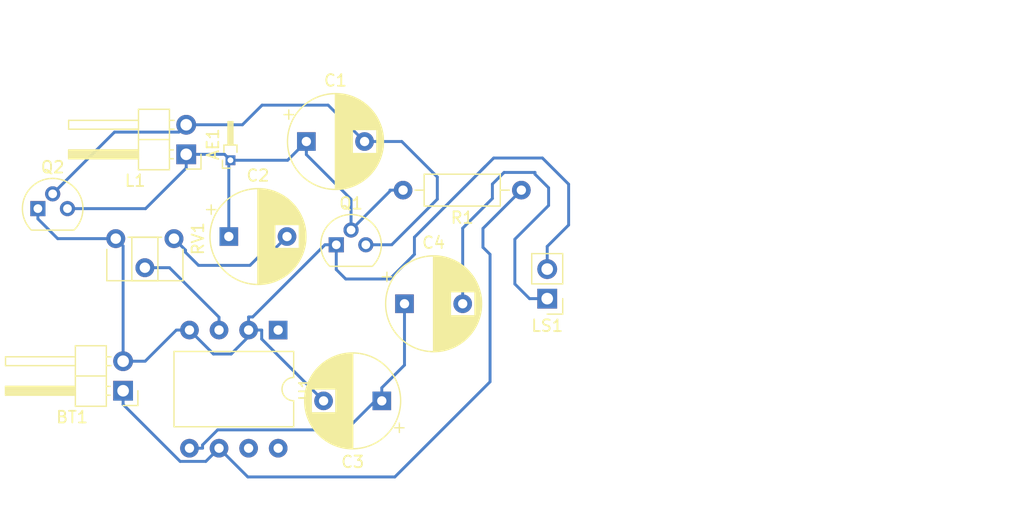
<source format=kicad_pcb>
(kicad_pcb (version 20171130) (host pcbnew "(5.1.10)-1")

  (general
    (thickness 1.6)
    (drawings 2)
    (tracks 110)
    (zones 0)
    (modules 13)
    (nets 12)
  )

  (page A4)
  (layers
    (0 F.Cu signal)
    (31 B.Cu signal)
    (32 B.Adhes user)
    (33 F.Adhes user)
    (34 B.Paste user)
    (35 F.Paste user)
    (36 B.SilkS user)
    (37 F.SilkS user)
    (38 B.Mask user)
    (39 F.Mask user)
    (40 Dwgs.User user)
    (41 Cmts.User user)
    (42 Eco1.User user)
    (43 Eco2.User user)
    (44 Edge.Cuts user)
    (45 Margin user)
    (46 B.CrtYd user)
    (47 F.CrtYd user)
    (48 B.Fab user)
    (49 F.Fab user)
  )

  (setup
    (last_trace_width 0.25)
    (trace_clearance 0.2)
    (zone_clearance 0.508)
    (zone_45_only no)
    (trace_min 0.2)
    (via_size 0.8)
    (via_drill 0.4)
    (via_min_size 0.4)
    (via_min_drill 0.3)
    (uvia_size 0.3)
    (uvia_drill 0.1)
    (uvias_allowed no)
    (uvia_min_size 0.2)
    (uvia_min_drill 0.1)
    (edge_width 0.05)
    (segment_width 0.2)
    (pcb_text_width 0.3)
    (pcb_text_size 1.5 1.5)
    (mod_edge_width 0.12)
    (mod_text_size 1 1)
    (mod_text_width 0.15)
    (pad_size 1.524 1.524)
    (pad_drill 0.762)
    (pad_to_mask_clearance 0)
    (aux_axis_origin 0 0)
    (visible_elements 7FFFFFFF)
    (pcbplotparams
      (layerselection 0x010fc_ffffffff)
      (usegerberextensions false)
      (usegerberattributes true)
      (usegerberadvancedattributes true)
      (creategerberjobfile true)
      (excludeedgelayer true)
      (linewidth 0.100000)
      (plotframeref false)
      (viasonmask false)
      (mode 1)
      (useauxorigin false)
      (hpglpennumber 1)
      (hpglpenspeed 20)
      (hpglpendiameter 15.000000)
      (psnegative false)
      (psa4output false)
      (plotreference true)
      (plotvalue true)
      (plotinvisibletext false)
      (padsonsilk false)
      (subtractmaskfromsilk false)
      (outputformat 1)
      (mirror false)
      (drillshape 1)
      (scaleselection 1)
      (outputdirectory ""))
  )

  (net 0 "")
  (net 1 "Net-(AE1-Pad1)")
  (net 2 GND)
  (net 3 VCC)
  (net 4 "Net-(C1-Pad2)")
  (net 5 "Net-(C2-Pad2)")
  (net 6 "Net-(C3-Pad1)")
  (net 7 "Net-(C4-Pad2)")
  (net 8 "Net-(RV1-Pad2)")
  (net 9 "Net-(U1-Pad1)")
  (net 10 "Net-(U1-Pad7)")
  (net 11 "Net-(U1-Pad8)")

  (net_class Default "This is the default net class."
    (clearance 0.2)
    (trace_width 0.25)
    (via_dia 0.8)
    (via_drill 0.4)
    (uvia_dia 0.3)
    (uvia_drill 0.1)
    (add_net GND)
    (add_net "Net-(AE1-Pad1)")
    (add_net "Net-(C1-Pad2)")
    (add_net "Net-(C2-Pad2)")
    (add_net "Net-(C3-Pad1)")
    (add_net "Net-(C4-Pad2)")
    (add_net "Net-(RV1-Pad2)")
    (add_net "Net-(U1-Pad1)")
    (add_net "Net-(U1-Pad7)")
    (add_net "Net-(U1-Pad8)")
    (add_net VCC)
  )

  (module Package_TO_SOT_THT:TO-92 (layer F.Cu) (tedit 5A279852) (tstamp 619FD1F5)
    (at 110.98 93.57)
    (descr "TO-92 leads molded, narrow, drill 0.75mm (see NXP sot054_po.pdf)")
    (tags "to-92 sc-43 sc-43a sot54 PA33 transistor")
    (path /619D2BD8)
    (fp_text reference Q1 (at 1.27 -3.56) (layer F.SilkS)
      (effects (font (size 1 1) (thickness 0.15)))
    )
    (fp_text value BF457 (at 1.27 2.79) (layer F.Fab)
      (effects (font (size 1 1) (thickness 0.15)))
    )
    (fp_line (start 4 2.01) (end -1.46 2.01) (layer F.CrtYd) (width 0.05))
    (fp_line (start 4 2.01) (end 4 -2.73) (layer F.CrtYd) (width 0.05))
    (fp_line (start -1.46 -2.73) (end -1.46 2.01) (layer F.CrtYd) (width 0.05))
    (fp_line (start -1.46 -2.73) (end 4 -2.73) (layer F.CrtYd) (width 0.05))
    (fp_line (start -0.5 1.75) (end 3 1.75) (layer F.Fab) (width 0.1))
    (fp_line (start -0.53 1.85) (end 3.07 1.85) (layer F.SilkS) (width 0.12))
    (fp_text user %R (at 1.27 0) (layer F.Fab)
      (effects (font (size 1 1) (thickness 0.15)))
    )
    (fp_arc (start 1.27 0) (end 1.27 -2.48) (angle 135) (layer F.Fab) (width 0.1))
    (fp_arc (start 1.27 0) (end 1.27 -2.6) (angle -135) (layer F.SilkS) (width 0.12))
    (fp_arc (start 1.27 0) (end 1.27 -2.48) (angle -135) (layer F.Fab) (width 0.1))
    (fp_arc (start 1.27 0) (end 1.27 -2.6) (angle 135) (layer F.SilkS) (width 0.12))
    (pad 2 thru_hole circle (at 1.27 -1.27) (size 1.3 1.3) (drill 0.75) (layers *.Cu *.Mask)
      (net 1 "Net-(AE1-Pad1)"))
    (pad 3 thru_hole circle (at 2.54 0) (size 1.3 1.3) (drill 0.75) (layers *.Cu *.Mask)
      (net 4 "Net-(C1-Pad2)"))
    (pad 1 thru_hole rect (at 0 0) (size 1.3 1.3) (drill 0.75) (layers *.Cu *.Mask)
      (net 2 GND))
    (model ${KISYS3DMOD}/Package_TO_SOT_THT.3dshapes/TO-92.wrl
      (at (xyz 0 0 0))
      (scale (xyz 1 1 1))
      (rotate (xyz 0 0 0))
    )
  )

  (module Capacitor_THT:CP_Radial_D8.0mm_P5.00mm (layer F.Cu) (tedit 5AE50EF0) (tstamp 619FD048)
    (at 101.75 92.86)
    (descr "CP, Radial series, Radial, pin pitch=5.00mm, , diameter=8mm, Electrolytic Capacitor")
    (tags "CP Radial series Radial pin pitch 5.00mm  diameter 8mm Electrolytic Capacitor")
    (path /60942788)
    (fp_text reference C2 (at 2.5 -5.25) (layer F.SilkS)
      (effects (font (size 1 1) (thickness 0.15)))
    )
    (fp_text value 0.22u (at 2.5 5.25) (layer F.Fab)
      (effects (font (size 1 1) (thickness 0.15)))
    )
    (fp_circle (center 2.5 0) (end 6.5 0) (layer F.Fab) (width 0.1))
    (fp_circle (center 2.5 0) (end 6.62 0) (layer F.SilkS) (width 0.12))
    (fp_circle (center 2.5 0) (end 6.75 0) (layer F.CrtYd) (width 0.05))
    (fp_line (start -0.926759 -1.7475) (end -0.126759 -1.7475) (layer F.Fab) (width 0.1))
    (fp_line (start -0.526759 -2.1475) (end -0.526759 -1.3475) (layer F.Fab) (width 0.1))
    (fp_line (start 2.5 -4.08) (end 2.5 4.08) (layer F.SilkS) (width 0.12))
    (fp_line (start 2.54 -4.08) (end 2.54 4.08) (layer F.SilkS) (width 0.12))
    (fp_line (start 2.58 -4.08) (end 2.58 4.08) (layer F.SilkS) (width 0.12))
    (fp_line (start 2.62 -4.079) (end 2.62 4.079) (layer F.SilkS) (width 0.12))
    (fp_line (start 2.66 -4.077) (end 2.66 4.077) (layer F.SilkS) (width 0.12))
    (fp_line (start 2.7 -4.076) (end 2.7 4.076) (layer F.SilkS) (width 0.12))
    (fp_line (start 2.74 -4.074) (end 2.74 4.074) (layer F.SilkS) (width 0.12))
    (fp_line (start 2.78 -4.071) (end 2.78 4.071) (layer F.SilkS) (width 0.12))
    (fp_line (start 2.82 -4.068) (end 2.82 4.068) (layer F.SilkS) (width 0.12))
    (fp_line (start 2.86 -4.065) (end 2.86 4.065) (layer F.SilkS) (width 0.12))
    (fp_line (start 2.9 -4.061) (end 2.9 4.061) (layer F.SilkS) (width 0.12))
    (fp_line (start 2.94 -4.057) (end 2.94 4.057) (layer F.SilkS) (width 0.12))
    (fp_line (start 2.98 -4.052) (end 2.98 4.052) (layer F.SilkS) (width 0.12))
    (fp_line (start 3.02 -4.048) (end 3.02 4.048) (layer F.SilkS) (width 0.12))
    (fp_line (start 3.06 -4.042) (end 3.06 4.042) (layer F.SilkS) (width 0.12))
    (fp_line (start 3.1 -4.037) (end 3.1 4.037) (layer F.SilkS) (width 0.12))
    (fp_line (start 3.14 -4.03) (end 3.14 4.03) (layer F.SilkS) (width 0.12))
    (fp_line (start 3.18 -4.024) (end 3.18 4.024) (layer F.SilkS) (width 0.12))
    (fp_line (start 3.221 -4.017) (end 3.221 4.017) (layer F.SilkS) (width 0.12))
    (fp_line (start 3.261 -4.01) (end 3.261 4.01) (layer F.SilkS) (width 0.12))
    (fp_line (start 3.301 -4.002) (end 3.301 4.002) (layer F.SilkS) (width 0.12))
    (fp_line (start 3.341 -3.994) (end 3.341 3.994) (layer F.SilkS) (width 0.12))
    (fp_line (start 3.381 -3.985) (end 3.381 3.985) (layer F.SilkS) (width 0.12))
    (fp_line (start 3.421 -3.976) (end 3.421 3.976) (layer F.SilkS) (width 0.12))
    (fp_line (start 3.461 -3.967) (end 3.461 3.967) (layer F.SilkS) (width 0.12))
    (fp_line (start 3.501 -3.957) (end 3.501 3.957) (layer F.SilkS) (width 0.12))
    (fp_line (start 3.541 -3.947) (end 3.541 3.947) (layer F.SilkS) (width 0.12))
    (fp_line (start 3.581 -3.936) (end 3.581 3.936) (layer F.SilkS) (width 0.12))
    (fp_line (start 3.621 -3.925) (end 3.621 3.925) (layer F.SilkS) (width 0.12))
    (fp_line (start 3.661 -3.914) (end 3.661 3.914) (layer F.SilkS) (width 0.12))
    (fp_line (start 3.701 -3.902) (end 3.701 3.902) (layer F.SilkS) (width 0.12))
    (fp_line (start 3.741 -3.889) (end 3.741 3.889) (layer F.SilkS) (width 0.12))
    (fp_line (start 3.781 -3.877) (end 3.781 3.877) (layer F.SilkS) (width 0.12))
    (fp_line (start 3.821 -3.863) (end 3.821 3.863) (layer F.SilkS) (width 0.12))
    (fp_line (start 3.861 -3.85) (end 3.861 3.85) (layer F.SilkS) (width 0.12))
    (fp_line (start 3.901 -3.835) (end 3.901 3.835) (layer F.SilkS) (width 0.12))
    (fp_line (start 3.941 -3.821) (end 3.941 3.821) (layer F.SilkS) (width 0.12))
    (fp_line (start 3.981 -3.805) (end 3.981 -1.04) (layer F.SilkS) (width 0.12))
    (fp_line (start 3.981 1.04) (end 3.981 3.805) (layer F.SilkS) (width 0.12))
    (fp_line (start 4.021 -3.79) (end 4.021 -1.04) (layer F.SilkS) (width 0.12))
    (fp_line (start 4.021 1.04) (end 4.021 3.79) (layer F.SilkS) (width 0.12))
    (fp_line (start 4.061 -3.774) (end 4.061 -1.04) (layer F.SilkS) (width 0.12))
    (fp_line (start 4.061 1.04) (end 4.061 3.774) (layer F.SilkS) (width 0.12))
    (fp_line (start 4.101 -3.757) (end 4.101 -1.04) (layer F.SilkS) (width 0.12))
    (fp_line (start 4.101 1.04) (end 4.101 3.757) (layer F.SilkS) (width 0.12))
    (fp_line (start 4.141 -3.74) (end 4.141 -1.04) (layer F.SilkS) (width 0.12))
    (fp_line (start 4.141 1.04) (end 4.141 3.74) (layer F.SilkS) (width 0.12))
    (fp_line (start 4.181 -3.722) (end 4.181 -1.04) (layer F.SilkS) (width 0.12))
    (fp_line (start 4.181 1.04) (end 4.181 3.722) (layer F.SilkS) (width 0.12))
    (fp_line (start 4.221 -3.704) (end 4.221 -1.04) (layer F.SilkS) (width 0.12))
    (fp_line (start 4.221 1.04) (end 4.221 3.704) (layer F.SilkS) (width 0.12))
    (fp_line (start 4.261 -3.686) (end 4.261 -1.04) (layer F.SilkS) (width 0.12))
    (fp_line (start 4.261 1.04) (end 4.261 3.686) (layer F.SilkS) (width 0.12))
    (fp_line (start 4.301 -3.666) (end 4.301 -1.04) (layer F.SilkS) (width 0.12))
    (fp_line (start 4.301 1.04) (end 4.301 3.666) (layer F.SilkS) (width 0.12))
    (fp_line (start 4.341 -3.647) (end 4.341 -1.04) (layer F.SilkS) (width 0.12))
    (fp_line (start 4.341 1.04) (end 4.341 3.647) (layer F.SilkS) (width 0.12))
    (fp_line (start 4.381 -3.627) (end 4.381 -1.04) (layer F.SilkS) (width 0.12))
    (fp_line (start 4.381 1.04) (end 4.381 3.627) (layer F.SilkS) (width 0.12))
    (fp_line (start 4.421 -3.606) (end 4.421 -1.04) (layer F.SilkS) (width 0.12))
    (fp_line (start 4.421 1.04) (end 4.421 3.606) (layer F.SilkS) (width 0.12))
    (fp_line (start 4.461 -3.584) (end 4.461 -1.04) (layer F.SilkS) (width 0.12))
    (fp_line (start 4.461 1.04) (end 4.461 3.584) (layer F.SilkS) (width 0.12))
    (fp_line (start 4.501 -3.562) (end 4.501 -1.04) (layer F.SilkS) (width 0.12))
    (fp_line (start 4.501 1.04) (end 4.501 3.562) (layer F.SilkS) (width 0.12))
    (fp_line (start 4.541 -3.54) (end 4.541 -1.04) (layer F.SilkS) (width 0.12))
    (fp_line (start 4.541 1.04) (end 4.541 3.54) (layer F.SilkS) (width 0.12))
    (fp_line (start 4.581 -3.517) (end 4.581 -1.04) (layer F.SilkS) (width 0.12))
    (fp_line (start 4.581 1.04) (end 4.581 3.517) (layer F.SilkS) (width 0.12))
    (fp_line (start 4.621 -3.493) (end 4.621 -1.04) (layer F.SilkS) (width 0.12))
    (fp_line (start 4.621 1.04) (end 4.621 3.493) (layer F.SilkS) (width 0.12))
    (fp_line (start 4.661 -3.469) (end 4.661 -1.04) (layer F.SilkS) (width 0.12))
    (fp_line (start 4.661 1.04) (end 4.661 3.469) (layer F.SilkS) (width 0.12))
    (fp_line (start 4.701 -3.444) (end 4.701 -1.04) (layer F.SilkS) (width 0.12))
    (fp_line (start 4.701 1.04) (end 4.701 3.444) (layer F.SilkS) (width 0.12))
    (fp_line (start 4.741 -3.418) (end 4.741 -1.04) (layer F.SilkS) (width 0.12))
    (fp_line (start 4.741 1.04) (end 4.741 3.418) (layer F.SilkS) (width 0.12))
    (fp_line (start 4.781 -3.392) (end 4.781 -1.04) (layer F.SilkS) (width 0.12))
    (fp_line (start 4.781 1.04) (end 4.781 3.392) (layer F.SilkS) (width 0.12))
    (fp_line (start 4.821 -3.365) (end 4.821 -1.04) (layer F.SilkS) (width 0.12))
    (fp_line (start 4.821 1.04) (end 4.821 3.365) (layer F.SilkS) (width 0.12))
    (fp_line (start 4.861 -3.338) (end 4.861 -1.04) (layer F.SilkS) (width 0.12))
    (fp_line (start 4.861 1.04) (end 4.861 3.338) (layer F.SilkS) (width 0.12))
    (fp_line (start 4.901 -3.309) (end 4.901 -1.04) (layer F.SilkS) (width 0.12))
    (fp_line (start 4.901 1.04) (end 4.901 3.309) (layer F.SilkS) (width 0.12))
    (fp_line (start 4.941 -3.28) (end 4.941 -1.04) (layer F.SilkS) (width 0.12))
    (fp_line (start 4.941 1.04) (end 4.941 3.28) (layer F.SilkS) (width 0.12))
    (fp_line (start 4.981 -3.25) (end 4.981 -1.04) (layer F.SilkS) (width 0.12))
    (fp_line (start 4.981 1.04) (end 4.981 3.25) (layer F.SilkS) (width 0.12))
    (fp_line (start 5.021 -3.22) (end 5.021 -1.04) (layer F.SilkS) (width 0.12))
    (fp_line (start 5.021 1.04) (end 5.021 3.22) (layer F.SilkS) (width 0.12))
    (fp_line (start 5.061 -3.189) (end 5.061 -1.04) (layer F.SilkS) (width 0.12))
    (fp_line (start 5.061 1.04) (end 5.061 3.189) (layer F.SilkS) (width 0.12))
    (fp_line (start 5.101 -3.156) (end 5.101 -1.04) (layer F.SilkS) (width 0.12))
    (fp_line (start 5.101 1.04) (end 5.101 3.156) (layer F.SilkS) (width 0.12))
    (fp_line (start 5.141 -3.124) (end 5.141 -1.04) (layer F.SilkS) (width 0.12))
    (fp_line (start 5.141 1.04) (end 5.141 3.124) (layer F.SilkS) (width 0.12))
    (fp_line (start 5.181 -3.09) (end 5.181 -1.04) (layer F.SilkS) (width 0.12))
    (fp_line (start 5.181 1.04) (end 5.181 3.09) (layer F.SilkS) (width 0.12))
    (fp_line (start 5.221 -3.055) (end 5.221 -1.04) (layer F.SilkS) (width 0.12))
    (fp_line (start 5.221 1.04) (end 5.221 3.055) (layer F.SilkS) (width 0.12))
    (fp_line (start 5.261 -3.019) (end 5.261 -1.04) (layer F.SilkS) (width 0.12))
    (fp_line (start 5.261 1.04) (end 5.261 3.019) (layer F.SilkS) (width 0.12))
    (fp_line (start 5.301 -2.983) (end 5.301 -1.04) (layer F.SilkS) (width 0.12))
    (fp_line (start 5.301 1.04) (end 5.301 2.983) (layer F.SilkS) (width 0.12))
    (fp_line (start 5.341 -2.945) (end 5.341 -1.04) (layer F.SilkS) (width 0.12))
    (fp_line (start 5.341 1.04) (end 5.341 2.945) (layer F.SilkS) (width 0.12))
    (fp_line (start 5.381 -2.907) (end 5.381 -1.04) (layer F.SilkS) (width 0.12))
    (fp_line (start 5.381 1.04) (end 5.381 2.907) (layer F.SilkS) (width 0.12))
    (fp_line (start 5.421 -2.867) (end 5.421 -1.04) (layer F.SilkS) (width 0.12))
    (fp_line (start 5.421 1.04) (end 5.421 2.867) (layer F.SilkS) (width 0.12))
    (fp_line (start 5.461 -2.826) (end 5.461 -1.04) (layer F.SilkS) (width 0.12))
    (fp_line (start 5.461 1.04) (end 5.461 2.826) (layer F.SilkS) (width 0.12))
    (fp_line (start 5.501 -2.784) (end 5.501 -1.04) (layer F.SilkS) (width 0.12))
    (fp_line (start 5.501 1.04) (end 5.501 2.784) (layer F.SilkS) (width 0.12))
    (fp_line (start 5.541 -2.741) (end 5.541 -1.04) (layer F.SilkS) (width 0.12))
    (fp_line (start 5.541 1.04) (end 5.541 2.741) (layer F.SilkS) (width 0.12))
    (fp_line (start 5.581 -2.697) (end 5.581 -1.04) (layer F.SilkS) (width 0.12))
    (fp_line (start 5.581 1.04) (end 5.581 2.697) (layer F.SilkS) (width 0.12))
    (fp_line (start 5.621 -2.651) (end 5.621 -1.04) (layer F.SilkS) (width 0.12))
    (fp_line (start 5.621 1.04) (end 5.621 2.651) (layer F.SilkS) (width 0.12))
    (fp_line (start 5.661 -2.604) (end 5.661 -1.04) (layer F.SilkS) (width 0.12))
    (fp_line (start 5.661 1.04) (end 5.661 2.604) (layer F.SilkS) (width 0.12))
    (fp_line (start 5.701 -2.556) (end 5.701 -1.04) (layer F.SilkS) (width 0.12))
    (fp_line (start 5.701 1.04) (end 5.701 2.556) (layer F.SilkS) (width 0.12))
    (fp_line (start 5.741 -2.505) (end 5.741 -1.04) (layer F.SilkS) (width 0.12))
    (fp_line (start 5.741 1.04) (end 5.741 2.505) (layer F.SilkS) (width 0.12))
    (fp_line (start 5.781 -2.454) (end 5.781 -1.04) (layer F.SilkS) (width 0.12))
    (fp_line (start 5.781 1.04) (end 5.781 2.454) (layer F.SilkS) (width 0.12))
    (fp_line (start 5.821 -2.4) (end 5.821 -1.04) (layer F.SilkS) (width 0.12))
    (fp_line (start 5.821 1.04) (end 5.821 2.4) (layer F.SilkS) (width 0.12))
    (fp_line (start 5.861 -2.345) (end 5.861 -1.04) (layer F.SilkS) (width 0.12))
    (fp_line (start 5.861 1.04) (end 5.861 2.345) (layer F.SilkS) (width 0.12))
    (fp_line (start 5.901 -2.287) (end 5.901 -1.04) (layer F.SilkS) (width 0.12))
    (fp_line (start 5.901 1.04) (end 5.901 2.287) (layer F.SilkS) (width 0.12))
    (fp_line (start 5.941 -2.228) (end 5.941 -1.04) (layer F.SilkS) (width 0.12))
    (fp_line (start 5.941 1.04) (end 5.941 2.228) (layer F.SilkS) (width 0.12))
    (fp_line (start 5.981 -2.166) (end 5.981 -1.04) (layer F.SilkS) (width 0.12))
    (fp_line (start 5.981 1.04) (end 5.981 2.166) (layer F.SilkS) (width 0.12))
    (fp_line (start 6.021 -2.102) (end 6.021 -1.04) (layer F.SilkS) (width 0.12))
    (fp_line (start 6.021 1.04) (end 6.021 2.102) (layer F.SilkS) (width 0.12))
    (fp_line (start 6.061 -2.034) (end 6.061 2.034) (layer F.SilkS) (width 0.12))
    (fp_line (start 6.101 -1.964) (end 6.101 1.964) (layer F.SilkS) (width 0.12))
    (fp_line (start 6.141 -1.89) (end 6.141 1.89) (layer F.SilkS) (width 0.12))
    (fp_line (start 6.181 -1.813) (end 6.181 1.813) (layer F.SilkS) (width 0.12))
    (fp_line (start 6.221 -1.731) (end 6.221 1.731) (layer F.SilkS) (width 0.12))
    (fp_line (start 6.261 -1.645) (end 6.261 1.645) (layer F.SilkS) (width 0.12))
    (fp_line (start 6.301 -1.552) (end 6.301 1.552) (layer F.SilkS) (width 0.12))
    (fp_line (start 6.341 -1.453) (end 6.341 1.453) (layer F.SilkS) (width 0.12))
    (fp_line (start 6.381 -1.346) (end 6.381 1.346) (layer F.SilkS) (width 0.12))
    (fp_line (start 6.421 -1.229) (end 6.421 1.229) (layer F.SilkS) (width 0.12))
    (fp_line (start 6.461 -1.098) (end 6.461 1.098) (layer F.SilkS) (width 0.12))
    (fp_line (start 6.501 -0.948) (end 6.501 0.948) (layer F.SilkS) (width 0.12))
    (fp_line (start 6.541 -0.768) (end 6.541 0.768) (layer F.SilkS) (width 0.12))
    (fp_line (start 6.581 -0.533) (end 6.581 0.533) (layer F.SilkS) (width 0.12))
    (fp_line (start -1.909698 -2.315) (end -1.109698 -2.315) (layer F.SilkS) (width 0.12))
    (fp_line (start -1.509698 -2.715) (end -1.509698 -1.915) (layer F.SilkS) (width 0.12))
    (fp_text user %R (at 2.5 0) (layer F.Fab)
      (effects (font (size 1 1) (thickness 0.15)))
    )
    (pad 2 thru_hole circle (at 5 0) (size 1.6 1.6) (drill 0.8) (layers *.Cu *.Mask)
      (net 5 "Net-(C2-Pad2)"))
    (pad 1 thru_hole rect (at 0 0) (size 1.6 1.6) (drill 0.8) (layers *.Cu *.Mask)
      (net 1 "Net-(AE1-Pad1)"))
    (model ${KISYS3DMOD}/Capacitor_THT.3dshapes/CP_Radial_D8.0mm_P5.00mm.wrl
      (at (xyz 0 0 0))
      (scale (xyz 1 1 1))
      (rotate (xyz 0 0 0))
    )
  )

  (module Package_TO_SOT_THT:TO-92 (layer F.Cu) (tedit 5A279852) (tstamp 619FD207)
    (at 85.35 90.46)
    (descr "TO-92 leads molded, narrow, drill 0.75mm (see NXP sot054_po.pdf)")
    (tags "to-92 sc-43 sc-43a sot54 PA33 transistor")
    (path /619D54AC)
    (fp_text reference Q2 (at 1.27 -3.56) (layer F.SilkS)
      (effects (font (size 1 1) (thickness 0.15)))
    )
    (fp_text value BF457 (at 1.27 2.79) (layer F.Fab)
      (effects (font (size 1 1) (thickness 0.15)))
    )
    (fp_line (start 4 2.01) (end -1.46 2.01) (layer F.CrtYd) (width 0.05))
    (fp_line (start 4 2.01) (end 4 -2.73) (layer F.CrtYd) (width 0.05))
    (fp_line (start -1.46 -2.73) (end -1.46 2.01) (layer F.CrtYd) (width 0.05))
    (fp_line (start -1.46 -2.73) (end 4 -2.73) (layer F.CrtYd) (width 0.05))
    (fp_line (start -0.5 1.75) (end 3 1.75) (layer F.Fab) (width 0.1))
    (fp_line (start -0.53 1.85) (end 3.07 1.85) (layer F.SilkS) (width 0.12))
    (fp_arc (start 1.27 0) (end 1.27 -2.6) (angle 135) (layer F.SilkS) (width 0.12))
    (fp_arc (start 1.27 0) (end 1.27 -2.48) (angle -135) (layer F.Fab) (width 0.1))
    (fp_arc (start 1.27 0) (end 1.27 -2.6) (angle -135) (layer F.SilkS) (width 0.12))
    (fp_arc (start 1.27 0) (end 1.27 -2.48) (angle 135) (layer F.Fab) (width 0.1))
    (fp_text user %R (at 1.27 0) (layer F.Fab)
      (effects (font (size 1 1) (thickness 0.15)))
    )
    (pad 1 thru_hole rect (at 0 0) (size 1.3 1.3) (drill 0.75) (layers *.Cu *.Mask)
      (net 2 GND))
    (pad 3 thru_hole circle (at 2.54 0) (size 1.3 1.3) (drill 0.75) (layers *.Cu *.Mask)
      (net 1 "Net-(AE1-Pad1)"))
    (pad 2 thru_hole circle (at 1.27 -1.27) (size 1.3 1.3) (drill 0.75) (layers *.Cu *.Mask)
      (net 4 "Net-(C1-Pad2)"))
    (model ${KISYS3DMOD}/Package_TO_SOT_THT.3dshapes/TO-92.wrl
      (at (xyz 0 0 0))
      (scale (xyz 1 1 1))
      (rotate (xyz 0 0 0))
    )
  )

  (module Package_DIP:DIP-8_W10.16mm (layer F.Cu) (tedit 5A02E8C5) (tstamp 619FD26D)
    (at 105.99 100.9 270)
    (descr "8-lead though-hole mounted DIP package, row spacing 10.16 mm (400 mils)")
    (tags "THT DIP DIL PDIP 2.54mm 10.16mm 400mil")
    (path /60932CE4)
    (fp_text reference U1 (at 5.08 -2.33 90) (layer F.SilkS)
      (effects (font (size 1 1) (thickness 0.15)))
    )
    (fp_text value LM386 (at 5.08 9.95 90) (layer F.Fab)
      (effects (font (size 1 1) (thickness 0.15)))
    )
    (fp_line (start 2.905 -1.27) (end 8.255 -1.27) (layer F.Fab) (width 0.1))
    (fp_line (start 8.255 -1.27) (end 8.255 8.89) (layer F.Fab) (width 0.1))
    (fp_line (start 8.255 8.89) (end 1.905 8.89) (layer F.Fab) (width 0.1))
    (fp_line (start 1.905 8.89) (end 1.905 -0.27) (layer F.Fab) (width 0.1))
    (fp_line (start 1.905 -0.27) (end 2.905 -1.27) (layer F.Fab) (width 0.1))
    (fp_line (start 4.08 -1.33) (end 1.845 -1.33) (layer F.SilkS) (width 0.12))
    (fp_line (start 1.845 -1.33) (end 1.845 8.95) (layer F.SilkS) (width 0.12))
    (fp_line (start 1.845 8.95) (end 8.315 8.95) (layer F.SilkS) (width 0.12))
    (fp_line (start 8.315 8.95) (end 8.315 -1.33) (layer F.SilkS) (width 0.12))
    (fp_line (start 8.315 -1.33) (end 6.08 -1.33) (layer F.SilkS) (width 0.12))
    (fp_line (start -1.05 -1.55) (end -1.05 9.15) (layer F.CrtYd) (width 0.05))
    (fp_line (start -1.05 9.15) (end 11.25 9.15) (layer F.CrtYd) (width 0.05))
    (fp_line (start 11.25 9.15) (end 11.25 -1.55) (layer F.CrtYd) (width 0.05))
    (fp_line (start 11.25 -1.55) (end -1.05 -1.55) (layer F.CrtYd) (width 0.05))
    (fp_text user %R (at 5.08 3.81 90) (layer F.Fab)
      (effects (font (size 1 1) (thickness 0.15)))
    )
    (fp_arc (start 5.08 -1.33) (end 4.08 -1.33) (angle -180) (layer F.SilkS) (width 0.12))
    (pad 8 thru_hole oval (at 10.16 0 270) (size 1.6 1.6) (drill 0.8) (layers *.Cu *.Mask)
      (net 11 "Net-(U1-Pad8)"))
    (pad 4 thru_hole oval (at 0 7.62 270) (size 1.6 1.6) (drill 0.8) (layers *.Cu *.Mask)
      (net 2 GND))
    (pad 7 thru_hole oval (at 10.16 2.54 270) (size 1.6 1.6) (drill 0.8) (layers *.Cu *.Mask)
      (net 10 "Net-(U1-Pad7)"))
    (pad 3 thru_hole oval (at 0 5.08 270) (size 1.6 1.6) (drill 0.8) (layers *.Cu *.Mask)
      (net 8 "Net-(RV1-Pad2)"))
    (pad 6 thru_hole oval (at 10.16 5.08 270) (size 1.6 1.6) (drill 0.8) (layers *.Cu *.Mask)
      (net 3 VCC))
    (pad 2 thru_hole oval (at 0 2.54 270) (size 1.6 1.6) (drill 0.8) (layers *.Cu *.Mask)
      (net 2 GND))
    (pad 5 thru_hole oval (at 10.16 7.62 270) (size 1.6 1.6) (drill 0.8) (layers *.Cu *.Mask)
      (net 6 "Net-(C3-Pad1)"))
    (pad 1 thru_hole rect (at 0 0 270) (size 1.6 1.6) (drill 0.8) (layers *.Cu *.Mask)
      (net 9 "Net-(U1-Pad1)"))
    (model ${KISYS3DMOD}/Package_DIP.3dshapes/DIP-8_W10.16mm.wrl
      (at (xyz 0 0 0))
      (scale (xyz 1 1 1))
      (rotate (xyz 0 0 0))
    )
  )

  (module Connector_PinHeader_1.00mm:PinHeader_1x01_P1.00mm_Horizontal (layer F.Cu) (tedit 59FED737) (tstamp 619FCEC3)
    (at 101.89 86.3 90)
    (descr "Through hole angled pin header, 1x01, 1.00mm pitch, 2.0mm pin length, single row")
    (tags "Through hole angled pin header THT 1x01 1.00mm single row")
    (path /6093AEFD)
    (fp_text reference AE1 (at 1.375 -1.5 90) (layer F.SilkS)
      (effects (font (size 1 1) (thickness 0.15)))
    )
    (fp_text value Antenna (at 1.375 1.5 90) (layer F.Fab)
      (effects (font (size 1 1) (thickness 0.15)))
    )
    (fp_line (start 3.75 -1) (end -1 -1) (layer F.CrtYd) (width 0.05))
    (fp_line (start 3.75 1) (end 3.75 -1) (layer F.CrtYd) (width 0.05))
    (fp_line (start -1 1) (end 3.75 1) (layer F.CrtYd) (width 0.05))
    (fp_line (start -1 -1) (end -1 1) (layer F.CrtYd) (width 0.05))
    (fp_line (start -0.685 -0.685) (end 0 -0.685) (layer F.SilkS) (width 0.12))
    (fp_line (start -0.685 0) (end -0.685 -0.685) (layer F.SilkS) (width 0.12))
    (fp_line (start 1.31 0.09) (end 3.31 0.09) (layer F.SilkS) (width 0.12))
    (fp_line (start 1.31 -0.03) (end 3.31 -0.03) (layer F.SilkS) (width 0.12))
    (fp_line (start 1.31 -0.15) (end 3.31 -0.15) (layer F.SilkS) (width 0.12))
    (fp_line (start 3.31 0.21) (end 1.31 0.21) (layer F.SilkS) (width 0.12))
    (fp_line (start 3.31 -0.21) (end 3.31 0.21) (layer F.SilkS) (width 0.12))
    (fp_line (start 1.31 -0.21) (end 3.31 -0.21) (layer F.SilkS) (width 0.12))
    (fp_line (start 1.31 0.56) (end 0.685 0.56) (layer F.SilkS) (width 0.12))
    (fp_line (start 1.31 -0.56) (end 1.31 0.56) (layer F.SilkS) (width 0.12))
    (fp_line (start 0.685 -0.56) (end 1.31 -0.56) (layer F.SilkS) (width 0.12))
    (fp_line (start 1.25 0.15) (end 3.25 0.15) (layer F.Fab) (width 0.1))
    (fp_line (start 3.25 -0.15) (end 3.25 0.15) (layer F.Fab) (width 0.1))
    (fp_line (start 1.25 -0.15) (end 3.25 -0.15) (layer F.Fab) (width 0.1))
    (fp_line (start -0.15 0.15) (end 0.25 0.15) (layer F.Fab) (width 0.1))
    (fp_line (start -0.15 -0.15) (end -0.15 0.15) (layer F.Fab) (width 0.1))
    (fp_line (start -0.15 -0.15) (end 0.25 -0.15) (layer F.Fab) (width 0.1))
    (fp_line (start 0.25 -0.25) (end 0.5 -0.5) (layer F.Fab) (width 0.1))
    (fp_line (start 0.25 0.5) (end 0.25 -0.25) (layer F.Fab) (width 0.1))
    (fp_line (start 1.25 0.5) (end 0.25 0.5) (layer F.Fab) (width 0.1))
    (fp_line (start 1.25 -0.5) (end 1.25 0.5) (layer F.Fab) (width 0.1))
    (fp_line (start 0.5 -0.5) (end 1.25 -0.5) (layer F.Fab) (width 0.1))
    (fp_text user %R (at 0.75 0) (layer F.Fab)
      (effects (font (size 0.6 0.6) (thickness 0.09)))
    )
    (pad 1 thru_hole rect (at 0 0 90) (size 0.85 0.85) (drill 0.5) (layers *.Cu *.Mask)
      (net 1 "Net-(AE1-Pad1)"))
    (model ${KISYS3DMOD}/Connector_PinHeader_1.00mm.3dshapes/PinHeader_1x01_P1.00mm_Horizontal.wrl
      (at (xyz 0 0 0))
      (scale (xyz 1 1 1))
      (rotate (xyz 0 0 0))
    )
  )

  (module Connector_PinHeader_2.54mm:PinHeader_1x02_P2.54mm_Horizontal (layer F.Cu) (tedit 59FED5CB) (tstamp 619FCEF6)
    (at 92.67 106.12 180)
    (descr "Through hole angled pin header, 1x02, 2.54mm pitch, 6mm pin length, single row")
    (tags "Through hole angled pin header THT 1x02 2.54mm single row")
    (path /6094A074)
    (fp_text reference BT1 (at 4.385 -2.27) (layer F.SilkS)
      (effects (font (size 1 1) (thickness 0.15)))
    )
    (fp_text value Battery (at 4.385 4.81) (layer F.Fab)
      (effects (font (size 1 1) (thickness 0.15)))
    )
    (fp_line (start 2.135 -1.27) (end 4.04 -1.27) (layer F.Fab) (width 0.1))
    (fp_line (start 4.04 -1.27) (end 4.04 3.81) (layer F.Fab) (width 0.1))
    (fp_line (start 4.04 3.81) (end 1.5 3.81) (layer F.Fab) (width 0.1))
    (fp_line (start 1.5 3.81) (end 1.5 -0.635) (layer F.Fab) (width 0.1))
    (fp_line (start 1.5 -0.635) (end 2.135 -1.27) (layer F.Fab) (width 0.1))
    (fp_line (start -0.32 -0.32) (end 1.5 -0.32) (layer F.Fab) (width 0.1))
    (fp_line (start -0.32 -0.32) (end -0.32 0.32) (layer F.Fab) (width 0.1))
    (fp_line (start -0.32 0.32) (end 1.5 0.32) (layer F.Fab) (width 0.1))
    (fp_line (start 4.04 -0.32) (end 10.04 -0.32) (layer F.Fab) (width 0.1))
    (fp_line (start 10.04 -0.32) (end 10.04 0.32) (layer F.Fab) (width 0.1))
    (fp_line (start 4.04 0.32) (end 10.04 0.32) (layer F.Fab) (width 0.1))
    (fp_line (start -0.32 2.22) (end 1.5 2.22) (layer F.Fab) (width 0.1))
    (fp_line (start -0.32 2.22) (end -0.32 2.86) (layer F.Fab) (width 0.1))
    (fp_line (start -0.32 2.86) (end 1.5 2.86) (layer F.Fab) (width 0.1))
    (fp_line (start 4.04 2.22) (end 10.04 2.22) (layer F.Fab) (width 0.1))
    (fp_line (start 10.04 2.22) (end 10.04 2.86) (layer F.Fab) (width 0.1))
    (fp_line (start 4.04 2.86) (end 10.04 2.86) (layer F.Fab) (width 0.1))
    (fp_line (start 1.44 -1.33) (end 1.44 3.87) (layer F.SilkS) (width 0.12))
    (fp_line (start 1.44 3.87) (end 4.1 3.87) (layer F.SilkS) (width 0.12))
    (fp_line (start 4.1 3.87) (end 4.1 -1.33) (layer F.SilkS) (width 0.12))
    (fp_line (start 4.1 -1.33) (end 1.44 -1.33) (layer F.SilkS) (width 0.12))
    (fp_line (start 4.1 -0.38) (end 10.1 -0.38) (layer F.SilkS) (width 0.12))
    (fp_line (start 10.1 -0.38) (end 10.1 0.38) (layer F.SilkS) (width 0.12))
    (fp_line (start 10.1 0.38) (end 4.1 0.38) (layer F.SilkS) (width 0.12))
    (fp_line (start 4.1 -0.32) (end 10.1 -0.32) (layer F.SilkS) (width 0.12))
    (fp_line (start 4.1 -0.2) (end 10.1 -0.2) (layer F.SilkS) (width 0.12))
    (fp_line (start 4.1 -0.08) (end 10.1 -0.08) (layer F.SilkS) (width 0.12))
    (fp_line (start 4.1 0.04) (end 10.1 0.04) (layer F.SilkS) (width 0.12))
    (fp_line (start 4.1 0.16) (end 10.1 0.16) (layer F.SilkS) (width 0.12))
    (fp_line (start 4.1 0.28) (end 10.1 0.28) (layer F.SilkS) (width 0.12))
    (fp_line (start 1.11 -0.38) (end 1.44 -0.38) (layer F.SilkS) (width 0.12))
    (fp_line (start 1.11 0.38) (end 1.44 0.38) (layer F.SilkS) (width 0.12))
    (fp_line (start 1.44 1.27) (end 4.1 1.27) (layer F.SilkS) (width 0.12))
    (fp_line (start 4.1 2.16) (end 10.1 2.16) (layer F.SilkS) (width 0.12))
    (fp_line (start 10.1 2.16) (end 10.1 2.92) (layer F.SilkS) (width 0.12))
    (fp_line (start 10.1 2.92) (end 4.1 2.92) (layer F.SilkS) (width 0.12))
    (fp_line (start 1.042929 2.16) (end 1.44 2.16) (layer F.SilkS) (width 0.12))
    (fp_line (start 1.042929 2.92) (end 1.44 2.92) (layer F.SilkS) (width 0.12))
    (fp_line (start -1.27 0) (end -1.27 -1.27) (layer F.SilkS) (width 0.12))
    (fp_line (start -1.27 -1.27) (end 0 -1.27) (layer F.SilkS) (width 0.12))
    (fp_line (start -1.8 -1.8) (end -1.8 4.35) (layer F.CrtYd) (width 0.05))
    (fp_line (start -1.8 4.35) (end 10.55 4.35) (layer F.CrtYd) (width 0.05))
    (fp_line (start 10.55 4.35) (end 10.55 -1.8) (layer F.CrtYd) (width 0.05))
    (fp_line (start 10.55 -1.8) (end -1.8 -1.8) (layer F.CrtYd) (width 0.05))
    (fp_text user %R (at 2.77 1.27 90) (layer F.Fab)
      (effects (font (size 1 1) (thickness 0.15)))
    )
    (pad 2 thru_hole oval (at 0 2.54 180) (size 1.7 1.7) (drill 1) (layers *.Cu *.Mask)
      (net 2 GND))
    (pad 1 thru_hole rect (at 0 0 180) (size 1.7 1.7) (drill 1) (layers *.Cu *.Mask)
      (net 3 VCC))
    (model ${KISYS3DMOD}/Connector_PinHeader_2.54mm.3dshapes/PinHeader_1x02_P2.54mm_Horizontal.wrl
      (at (xyz 0 0 0))
      (scale (xyz 1 1 1))
      (rotate (xyz 0 0 0))
    )
  )

  (module Capacitor_THT:CP_Radial_D8.0mm_P5.00mm (layer F.Cu) (tedit 5AE50EF0) (tstamp 619FCF9F)
    (at 108.41 84.69)
    (descr "CP, Radial series, Radial, pin pitch=5.00mm, , diameter=8mm, Electrolytic Capacitor")
    (tags "CP Radial series Radial pin pitch 5.00mm  diameter 8mm Electrolytic Capacitor")
    (path /609399F5)
    (fp_text reference C1 (at 2.5 -5.25) (layer F.SilkS)
      (effects (font (size 1 1) (thickness 0.15)))
    )
    (fp_text value 22p (at 2.5 5.25) (layer F.Fab)
      (effects (font (size 1 1) (thickness 0.15)))
    )
    (fp_line (start -1.509698 -2.715) (end -1.509698 -1.915) (layer F.SilkS) (width 0.12))
    (fp_line (start -1.909698 -2.315) (end -1.109698 -2.315) (layer F.SilkS) (width 0.12))
    (fp_line (start 6.581 -0.533) (end 6.581 0.533) (layer F.SilkS) (width 0.12))
    (fp_line (start 6.541 -0.768) (end 6.541 0.768) (layer F.SilkS) (width 0.12))
    (fp_line (start 6.501 -0.948) (end 6.501 0.948) (layer F.SilkS) (width 0.12))
    (fp_line (start 6.461 -1.098) (end 6.461 1.098) (layer F.SilkS) (width 0.12))
    (fp_line (start 6.421 -1.229) (end 6.421 1.229) (layer F.SilkS) (width 0.12))
    (fp_line (start 6.381 -1.346) (end 6.381 1.346) (layer F.SilkS) (width 0.12))
    (fp_line (start 6.341 -1.453) (end 6.341 1.453) (layer F.SilkS) (width 0.12))
    (fp_line (start 6.301 -1.552) (end 6.301 1.552) (layer F.SilkS) (width 0.12))
    (fp_line (start 6.261 -1.645) (end 6.261 1.645) (layer F.SilkS) (width 0.12))
    (fp_line (start 6.221 -1.731) (end 6.221 1.731) (layer F.SilkS) (width 0.12))
    (fp_line (start 6.181 -1.813) (end 6.181 1.813) (layer F.SilkS) (width 0.12))
    (fp_line (start 6.141 -1.89) (end 6.141 1.89) (layer F.SilkS) (width 0.12))
    (fp_line (start 6.101 -1.964) (end 6.101 1.964) (layer F.SilkS) (width 0.12))
    (fp_line (start 6.061 -2.034) (end 6.061 2.034) (layer F.SilkS) (width 0.12))
    (fp_line (start 6.021 1.04) (end 6.021 2.102) (layer F.SilkS) (width 0.12))
    (fp_line (start 6.021 -2.102) (end 6.021 -1.04) (layer F.SilkS) (width 0.12))
    (fp_line (start 5.981 1.04) (end 5.981 2.166) (layer F.SilkS) (width 0.12))
    (fp_line (start 5.981 -2.166) (end 5.981 -1.04) (layer F.SilkS) (width 0.12))
    (fp_line (start 5.941 1.04) (end 5.941 2.228) (layer F.SilkS) (width 0.12))
    (fp_line (start 5.941 -2.228) (end 5.941 -1.04) (layer F.SilkS) (width 0.12))
    (fp_line (start 5.901 1.04) (end 5.901 2.287) (layer F.SilkS) (width 0.12))
    (fp_line (start 5.901 -2.287) (end 5.901 -1.04) (layer F.SilkS) (width 0.12))
    (fp_line (start 5.861 1.04) (end 5.861 2.345) (layer F.SilkS) (width 0.12))
    (fp_line (start 5.861 -2.345) (end 5.861 -1.04) (layer F.SilkS) (width 0.12))
    (fp_line (start 5.821 1.04) (end 5.821 2.4) (layer F.SilkS) (width 0.12))
    (fp_line (start 5.821 -2.4) (end 5.821 -1.04) (layer F.SilkS) (width 0.12))
    (fp_line (start 5.781 1.04) (end 5.781 2.454) (layer F.SilkS) (width 0.12))
    (fp_line (start 5.781 -2.454) (end 5.781 -1.04) (layer F.SilkS) (width 0.12))
    (fp_line (start 5.741 1.04) (end 5.741 2.505) (layer F.SilkS) (width 0.12))
    (fp_line (start 5.741 -2.505) (end 5.741 -1.04) (layer F.SilkS) (width 0.12))
    (fp_line (start 5.701 1.04) (end 5.701 2.556) (layer F.SilkS) (width 0.12))
    (fp_line (start 5.701 -2.556) (end 5.701 -1.04) (layer F.SilkS) (width 0.12))
    (fp_line (start 5.661 1.04) (end 5.661 2.604) (layer F.SilkS) (width 0.12))
    (fp_line (start 5.661 -2.604) (end 5.661 -1.04) (layer F.SilkS) (width 0.12))
    (fp_line (start 5.621 1.04) (end 5.621 2.651) (layer F.SilkS) (width 0.12))
    (fp_line (start 5.621 -2.651) (end 5.621 -1.04) (layer F.SilkS) (width 0.12))
    (fp_line (start 5.581 1.04) (end 5.581 2.697) (layer F.SilkS) (width 0.12))
    (fp_line (start 5.581 -2.697) (end 5.581 -1.04) (layer F.SilkS) (width 0.12))
    (fp_line (start 5.541 1.04) (end 5.541 2.741) (layer F.SilkS) (width 0.12))
    (fp_line (start 5.541 -2.741) (end 5.541 -1.04) (layer F.SilkS) (width 0.12))
    (fp_line (start 5.501 1.04) (end 5.501 2.784) (layer F.SilkS) (width 0.12))
    (fp_line (start 5.501 -2.784) (end 5.501 -1.04) (layer F.SilkS) (width 0.12))
    (fp_line (start 5.461 1.04) (end 5.461 2.826) (layer F.SilkS) (width 0.12))
    (fp_line (start 5.461 -2.826) (end 5.461 -1.04) (layer F.SilkS) (width 0.12))
    (fp_line (start 5.421 1.04) (end 5.421 2.867) (layer F.SilkS) (width 0.12))
    (fp_line (start 5.421 -2.867) (end 5.421 -1.04) (layer F.SilkS) (width 0.12))
    (fp_line (start 5.381 1.04) (end 5.381 2.907) (layer F.SilkS) (width 0.12))
    (fp_line (start 5.381 -2.907) (end 5.381 -1.04) (layer F.SilkS) (width 0.12))
    (fp_line (start 5.341 1.04) (end 5.341 2.945) (layer F.SilkS) (width 0.12))
    (fp_line (start 5.341 -2.945) (end 5.341 -1.04) (layer F.SilkS) (width 0.12))
    (fp_line (start 5.301 1.04) (end 5.301 2.983) (layer F.SilkS) (width 0.12))
    (fp_line (start 5.301 -2.983) (end 5.301 -1.04) (layer F.SilkS) (width 0.12))
    (fp_line (start 5.261 1.04) (end 5.261 3.019) (layer F.SilkS) (width 0.12))
    (fp_line (start 5.261 -3.019) (end 5.261 -1.04) (layer F.SilkS) (width 0.12))
    (fp_line (start 5.221 1.04) (end 5.221 3.055) (layer F.SilkS) (width 0.12))
    (fp_line (start 5.221 -3.055) (end 5.221 -1.04) (layer F.SilkS) (width 0.12))
    (fp_line (start 5.181 1.04) (end 5.181 3.09) (layer F.SilkS) (width 0.12))
    (fp_line (start 5.181 -3.09) (end 5.181 -1.04) (layer F.SilkS) (width 0.12))
    (fp_line (start 5.141 1.04) (end 5.141 3.124) (layer F.SilkS) (width 0.12))
    (fp_line (start 5.141 -3.124) (end 5.141 -1.04) (layer F.SilkS) (width 0.12))
    (fp_line (start 5.101 1.04) (end 5.101 3.156) (layer F.SilkS) (width 0.12))
    (fp_line (start 5.101 -3.156) (end 5.101 -1.04) (layer F.SilkS) (width 0.12))
    (fp_line (start 5.061 1.04) (end 5.061 3.189) (layer F.SilkS) (width 0.12))
    (fp_line (start 5.061 -3.189) (end 5.061 -1.04) (layer F.SilkS) (width 0.12))
    (fp_line (start 5.021 1.04) (end 5.021 3.22) (layer F.SilkS) (width 0.12))
    (fp_line (start 5.021 -3.22) (end 5.021 -1.04) (layer F.SilkS) (width 0.12))
    (fp_line (start 4.981 1.04) (end 4.981 3.25) (layer F.SilkS) (width 0.12))
    (fp_line (start 4.981 -3.25) (end 4.981 -1.04) (layer F.SilkS) (width 0.12))
    (fp_line (start 4.941 1.04) (end 4.941 3.28) (layer F.SilkS) (width 0.12))
    (fp_line (start 4.941 -3.28) (end 4.941 -1.04) (layer F.SilkS) (width 0.12))
    (fp_line (start 4.901 1.04) (end 4.901 3.309) (layer F.SilkS) (width 0.12))
    (fp_line (start 4.901 -3.309) (end 4.901 -1.04) (layer F.SilkS) (width 0.12))
    (fp_line (start 4.861 1.04) (end 4.861 3.338) (layer F.SilkS) (width 0.12))
    (fp_line (start 4.861 -3.338) (end 4.861 -1.04) (layer F.SilkS) (width 0.12))
    (fp_line (start 4.821 1.04) (end 4.821 3.365) (layer F.SilkS) (width 0.12))
    (fp_line (start 4.821 -3.365) (end 4.821 -1.04) (layer F.SilkS) (width 0.12))
    (fp_line (start 4.781 1.04) (end 4.781 3.392) (layer F.SilkS) (width 0.12))
    (fp_line (start 4.781 -3.392) (end 4.781 -1.04) (layer F.SilkS) (width 0.12))
    (fp_line (start 4.741 1.04) (end 4.741 3.418) (layer F.SilkS) (width 0.12))
    (fp_line (start 4.741 -3.418) (end 4.741 -1.04) (layer F.SilkS) (width 0.12))
    (fp_line (start 4.701 1.04) (end 4.701 3.444) (layer F.SilkS) (width 0.12))
    (fp_line (start 4.701 -3.444) (end 4.701 -1.04) (layer F.SilkS) (width 0.12))
    (fp_line (start 4.661 1.04) (end 4.661 3.469) (layer F.SilkS) (width 0.12))
    (fp_line (start 4.661 -3.469) (end 4.661 -1.04) (layer F.SilkS) (width 0.12))
    (fp_line (start 4.621 1.04) (end 4.621 3.493) (layer F.SilkS) (width 0.12))
    (fp_line (start 4.621 -3.493) (end 4.621 -1.04) (layer F.SilkS) (width 0.12))
    (fp_line (start 4.581 1.04) (end 4.581 3.517) (layer F.SilkS) (width 0.12))
    (fp_line (start 4.581 -3.517) (end 4.581 -1.04) (layer F.SilkS) (width 0.12))
    (fp_line (start 4.541 1.04) (end 4.541 3.54) (layer F.SilkS) (width 0.12))
    (fp_line (start 4.541 -3.54) (end 4.541 -1.04) (layer F.SilkS) (width 0.12))
    (fp_line (start 4.501 1.04) (end 4.501 3.562) (layer F.SilkS) (width 0.12))
    (fp_line (start 4.501 -3.562) (end 4.501 -1.04) (layer F.SilkS) (width 0.12))
    (fp_line (start 4.461 1.04) (end 4.461 3.584) (layer F.SilkS) (width 0.12))
    (fp_line (start 4.461 -3.584) (end 4.461 -1.04) (layer F.SilkS) (width 0.12))
    (fp_line (start 4.421 1.04) (end 4.421 3.606) (layer F.SilkS) (width 0.12))
    (fp_line (start 4.421 -3.606) (end 4.421 -1.04) (layer F.SilkS) (width 0.12))
    (fp_line (start 4.381 1.04) (end 4.381 3.627) (layer F.SilkS) (width 0.12))
    (fp_line (start 4.381 -3.627) (end 4.381 -1.04) (layer F.SilkS) (width 0.12))
    (fp_line (start 4.341 1.04) (end 4.341 3.647) (layer F.SilkS) (width 0.12))
    (fp_line (start 4.341 -3.647) (end 4.341 -1.04) (layer F.SilkS) (width 0.12))
    (fp_line (start 4.301 1.04) (end 4.301 3.666) (layer F.SilkS) (width 0.12))
    (fp_line (start 4.301 -3.666) (end 4.301 -1.04) (layer F.SilkS) (width 0.12))
    (fp_line (start 4.261 1.04) (end 4.261 3.686) (layer F.SilkS) (width 0.12))
    (fp_line (start 4.261 -3.686) (end 4.261 -1.04) (layer F.SilkS) (width 0.12))
    (fp_line (start 4.221 1.04) (end 4.221 3.704) (layer F.SilkS) (width 0.12))
    (fp_line (start 4.221 -3.704) (end 4.221 -1.04) (layer F.SilkS) (width 0.12))
    (fp_line (start 4.181 1.04) (end 4.181 3.722) (layer F.SilkS) (width 0.12))
    (fp_line (start 4.181 -3.722) (end 4.181 -1.04) (layer F.SilkS) (width 0.12))
    (fp_line (start 4.141 1.04) (end 4.141 3.74) (layer F.SilkS) (width 0.12))
    (fp_line (start 4.141 -3.74) (end 4.141 -1.04) (layer F.SilkS) (width 0.12))
    (fp_line (start 4.101 1.04) (end 4.101 3.757) (layer F.SilkS) (width 0.12))
    (fp_line (start 4.101 -3.757) (end 4.101 -1.04) (layer F.SilkS) (width 0.12))
    (fp_line (start 4.061 1.04) (end 4.061 3.774) (layer F.SilkS) (width 0.12))
    (fp_line (start 4.061 -3.774) (end 4.061 -1.04) (layer F.SilkS) (width 0.12))
    (fp_line (start 4.021 1.04) (end 4.021 3.79) (layer F.SilkS) (width 0.12))
    (fp_line (start 4.021 -3.79) (end 4.021 -1.04) (layer F.SilkS) (width 0.12))
    (fp_line (start 3.981 1.04) (end 3.981 3.805) (layer F.SilkS) (width 0.12))
    (fp_line (start 3.981 -3.805) (end 3.981 -1.04) (layer F.SilkS) (width 0.12))
    (fp_line (start 3.941 -3.821) (end 3.941 3.821) (layer F.SilkS) (width 0.12))
    (fp_line (start 3.901 -3.835) (end 3.901 3.835) (layer F.SilkS) (width 0.12))
    (fp_line (start 3.861 -3.85) (end 3.861 3.85) (layer F.SilkS) (width 0.12))
    (fp_line (start 3.821 -3.863) (end 3.821 3.863) (layer F.SilkS) (width 0.12))
    (fp_line (start 3.781 -3.877) (end 3.781 3.877) (layer F.SilkS) (width 0.12))
    (fp_line (start 3.741 -3.889) (end 3.741 3.889) (layer F.SilkS) (width 0.12))
    (fp_line (start 3.701 -3.902) (end 3.701 3.902) (layer F.SilkS) (width 0.12))
    (fp_line (start 3.661 -3.914) (end 3.661 3.914) (layer F.SilkS) (width 0.12))
    (fp_line (start 3.621 -3.925) (end 3.621 3.925) (layer F.SilkS) (width 0.12))
    (fp_line (start 3.581 -3.936) (end 3.581 3.936) (layer F.SilkS) (width 0.12))
    (fp_line (start 3.541 -3.947) (end 3.541 3.947) (layer F.SilkS) (width 0.12))
    (fp_line (start 3.501 -3.957) (end 3.501 3.957) (layer F.SilkS) (width 0.12))
    (fp_line (start 3.461 -3.967) (end 3.461 3.967) (layer F.SilkS) (width 0.12))
    (fp_line (start 3.421 -3.976) (end 3.421 3.976) (layer F.SilkS) (width 0.12))
    (fp_line (start 3.381 -3.985) (end 3.381 3.985) (layer F.SilkS) (width 0.12))
    (fp_line (start 3.341 -3.994) (end 3.341 3.994) (layer F.SilkS) (width 0.12))
    (fp_line (start 3.301 -4.002) (end 3.301 4.002) (layer F.SilkS) (width 0.12))
    (fp_line (start 3.261 -4.01) (end 3.261 4.01) (layer F.SilkS) (width 0.12))
    (fp_line (start 3.221 -4.017) (end 3.221 4.017) (layer F.SilkS) (width 0.12))
    (fp_line (start 3.18 -4.024) (end 3.18 4.024) (layer F.SilkS) (width 0.12))
    (fp_line (start 3.14 -4.03) (end 3.14 4.03) (layer F.SilkS) (width 0.12))
    (fp_line (start 3.1 -4.037) (end 3.1 4.037) (layer F.SilkS) (width 0.12))
    (fp_line (start 3.06 -4.042) (end 3.06 4.042) (layer F.SilkS) (width 0.12))
    (fp_line (start 3.02 -4.048) (end 3.02 4.048) (layer F.SilkS) (width 0.12))
    (fp_line (start 2.98 -4.052) (end 2.98 4.052) (layer F.SilkS) (width 0.12))
    (fp_line (start 2.94 -4.057) (end 2.94 4.057) (layer F.SilkS) (width 0.12))
    (fp_line (start 2.9 -4.061) (end 2.9 4.061) (layer F.SilkS) (width 0.12))
    (fp_line (start 2.86 -4.065) (end 2.86 4.065) (layer F.SilkS) (width 0.12))
    (fp_line (start 2.82 -4.068) (end 2.82 4.068) (layer F.SilkS) (width 0.12))
    (fp_line (start 2.78 -4.071) (end 2.78 4.071) (layer F.SilkS) (width 0.12))
    (fp_line (start 2.74 -4.074) (end 2.74 4.074) (layer F.SilkS) (width 0.12))
    (fp_line (start 2.7 -4.076) (end 2.7 4.076) (layer F.SilkS) (width 0.12))
    (fp_line (start 2.66 -4.077) (end 2.66 4.077) (layer F.SilkS) (width 0.12))
    (fp_line (start 2.62 -4.079) (end 2.62 4.079) (layer F.SilkS) (width 0.12))
    (fp_line (start 2.58 -4.08) (end 2.58 4.08) (layer F.SilkS) (width 0.12))
    (fp_line (start 2.54 -4.08) (end 2.54 4.08) (layer F.SilkS) (width 0.12))
    (fp_line (start 2.5 -4.08) (end 2.5 4.08) (layer F.SilkS) (width 0.12))
    (fp_line (start -0.526759 -2.1475) (end -0.526759 -1.3475) (layer F.Fab) (width 0.1))
    (fp_line (start -0.926759 -1.7475) (end -0.126759 -1.7475) (layer F.Fab) (width 0.1))
    (fp_circle (center 2.5 0) (end 6.75 0) (layer F.CrtYd) (width 0.05))
    (fp_circle (center 2.5 0) (end 6.62 0) (layer F.SilkS) (width 0.12))
    (fp_circle (center 2.5 0) (end 6.5 0) (layer F.Fab) (width 0.1))
    (fp_text user %R (at 2.5 0) (layer F.Fab)
      (effects (font (size 1 1) (thickness 0.15)))
    )
    (pad 1 thru_hole rect (at 0 0) (size 1.6 1.6) (drill 0.8) (layers *.Cu *.Mask)
      (net 1 "Net-(AE1-Pad1)"))
    (pad 2 thru_hole circle (at 5 0) (size 1.6 1.6) (drill 0.8) (layers *.Cu *.Mask)
      (net 4 "Net-(C1-Pad2)"))
    (model ${KISYS3DMOD}/Capacitor_THT.3dshapes/CP_Radial_D8.0mm_P5.00mm.wrl
      (at (xyz 0 0 0))
      (scale (xyz 1 1 1))
      (rotate (xyz 0 0 0))
    )
  )

  (module Capacitor_THT:CP_Radial_D8.0mm_P5.00mm (layer F.Cu) (tedit 5AE50EF0) (tstamp 619FD0F1)
    (at 114.89 106.99 180)
    (descr "CP, Radial series, Radial, pin pitch=5.00mm, , diameter=8mm, Electrolytic Capacitor")
    (tags "CP Radial series Radial pin pitch 5.00mm  diameter 8mm Electrolytic Capacitor")
    (path /60933AD0)
    (fp_text reference C3 (at 2.5 -5.25) (layer F.SilkS)
      (effects (font (size 1 1) (thickness 0.15)))
    )
    (fp_text value 0.1u (at 2.5 5.25) (layer F.Fab)
      (effects (font (size 1 1) (thickness 0.15)))
    )
    (fp_line (start -1.509698 -2.715) (end -1.509698 -1.915) (layer F.SilkS) (width 0.12))
    (fp_line (start -1.909698 -2.315) (end -1.109698 -2.315) (layer F.SilkS) (width 0.12))
    (fp_line (start 6.581 -0.533) (end 6.581 0.533) (layer F.SilkS) (width 0.12))
    (fp_line (start 6.541 -0.768) (end 6.541 0.768) (layer F.SilkS) (width 0.12))
    (fp_line (start 6.501 -0.948) (end 6.501 0.948) (layer F.SilkS) (width 0.12))
    (fp_line (start 6.461 -1.098) (end 6.461 1.098) (layer F.SilkS) (width 0.12))
    (fp_line (start 6.421 -1.229) (end 6.421 1.229) (layer F.SilkS) (width 0.12))
    (fp_line (start 6.381 -1.346) (end 6.381 1.346) (layer F.SilkS) (width 0.12))
    (fp_line (start 6.341 -1.453) (end 6.341 1.453) (layer F.SilkS) (width 0.12))
    (fp_line (start 6.301 -1.552) (end 6.301 1.552) (layer F.SilkS) (width 0.12))
    (fp_line (start 6.261 -1.645) (end 6.261 1.645) (layer F.SilkS) (width 0.12))
    (fp_line (start 6.221 -1.731) (end 6.221 1.731) (layer F.SilkS) (width 0.12))
    (fp_line (start 6.181 -1.813) (end 6.181 1.813) (layer F.SilkS) (width 0.12))
    (fp_line (start 6.141 -1.89) (end 6.141 1.89) (layer F.SilkS) (width 0.12))
    (fp_line (start 6.101 -1.964) (end 6.101 1.964) (layer F.SilkS) (width 0.12))
    (fp_line (start 6.061 -2.034) (end 6.061 2.034) (layer F.SilkS) (width 0.12))
    (fp_line (start 6.021 1.04) (end 6.021 2.102) (layer F.SilkS) (width 0.12))
    (fp_line (start 6.021 -2.102) (end 6.021 -1.04) (layer F.SilkS) (width 0.12))
    (fp_line (start 5.981 1.04) (end 5.981 2.166) (layer F.SilkS) (width 0.12))
    (fp_line (start 5.981 -2.166) (end 5.981 -1.04) (layer F.SilkS) (width 0.12))
    (fp_line (start 5.941 1.04) (end 5.941 2.228) (layer F.SilkS) (width 0.12))
    (fp_line (start 5.941 -2.228) (end 5.941 -1.04) (layer F.SilkS) (width 0.12))
    (fp_line (start 5.901 1.04) (end 5.901 2.287) (layer F.SilkS) (width 0.12))
    (fp_line (start 5.901 -2.287) (end 5.901 -1.04) (layer F.SilkS) (width 0.12))
    (fp_line (start 5.861 1.04) (end 5.861 2.345) (layer F.SilkS) (width 0.12))
    (fp_line (start 5.861 -2.345) (end 5.861 -1.04) (layer F.SilkS) (width 0.12))
    (fp_line (start 5.821 1.04) (end 5.821 2.4) (layer F.SilkS) (width 0.12))
    (fp_line (start 5.821 -2.4) (end 5.821 -1.04) (layer F.SilkS) (width 0.12))
    (fp_line (start 5.781 1.04) (end 5.781 2.454) (layer F.SilkS) (width 0.12))
    (fp_line (start 5.781 -2.454) (end 5.781 -1.04) (layer F.SilkS) (width 0.12))
    (fp_line (start 5.741 1.04) (end 5.741 2.505) (layer F.SilkS) (width 0.12))
    (fp_line (start 5.741 -2.505) (end 5.741 -1.04) (layer F.SilkS) (width 0.12))
    (fp_line (start 5.701 1.04) (end 5.701 2.556) (layer F.SilkS) (width 0.12))
    (fp_line (start 5.701 -2.556) (end 5.701 -1.04) (layer F.SilkS) (width 0.12))
    (fp_line (start 5.661 1.04) (end 5.661 2.604) (layer F.SilkS) (width 0.12))
    (fp_line (start 5.661 -2.604) (end 5.661 -1.04) (layer F.SilkS) (width 0.12))
    (fp_line (start 5.621 1.04) (end 5.621 2.651) (layer F.SilkS) (width 0.12))
    (fp_line (start 5.621 -2.651) (end 5.621 -1.04) (layer F.SilkS) (width 0.12))
    (fp_line (start 5.581 1.04) (end 5.581 2.697) (layer F.SilkS) (width 0.12))
    (fp_line (start 5.581 -2.697) (end 5.581 -1.04) (layer F.SilkS) (width 0.12))
    (fp_line (start 5.541 1.04) (end 5.541 2.741) (layer F.SilkS) (width 0.12))
    (fp_line (start 5.541 -2.741) (end 5.541 -1.04) (layer F.SilkS) (width 0.12))
    (fp_line (start 5.501 1.04) (end 5.501 2.784) (layer F.SilkS) (width 0.12))
    (fp_line (start 5.501 -2.784) (end 5.501 -1.04) (layer F.SilkS) (width 0.12))
    (fp_line (start 5.461 1.04) (end 5.461 2.826) (layer F.SilkS) (width 0.12))
    (fp_line (start 5.461 -2.826) (end 5.461 -1.04) (layer F.SilkS) (width 0.12))
    (fp_line (start 5.421 1.04) (end 5.421 2.867) (layer F.SilkS) (width 0.12))
    (fp_line (start 5.421 -2.867) (end 5.421 -1.04) (layer F.SilkS) (width 0.12))
    (fp_line (start 5.381 1.04) (end 5.381 2.907) (layer F.SilkS) (width 0.12))
    (fp_line (start 5.381 -2.907) (end 5.381 -1.04) (layer F.SilkS) (width 0.12))
    (fp_line (start 5.341 1.04) (end 5.341 2.945) (layer F.SilkS) (width 0.12))
    (fp_line (start 5.341 -2.945) (end 5.341 -1.04) (layer F.SilkS) (width 0.12))
    (fp_line (start 5.301 1.04) (end 5.301 2.983) (layer F.SilkS) (width 0.12))
    (fp_line (start 5.301 -2.983) (end 5.301 -1.04) (layer F.SilkS) (width 0.12))
    (fp_line (start 5.261 1.04) (end 5.261 3.019) (layer F.SilkS) (width 0.12))
    (fp_line (start 5.261 -3.019) (end 5.261 -1.04) (layer F.SilkS) (width 0.12))
    (fp_line (start 5.221 1.04) (end 5.221 3.055) (layer F.SilkS) (width 0.12))
    (fp_line (start 5.221 -3.055) (end 5.221 -1.04) (layer F.SilkS) (width 0.12))
    (fp_line (start 5.181 1.04) (end 5.181 3.09) (layer F.SilkS) (width 0.12))
    (fp_line (start 5.181 -3.09) (end 5.181 -1.04) (layer F.SilkS) (width 0.12))
    (fp_line (start 5.141 1.04) (end 5.141 3.124) (layer F.SilkS) (width 0.12))
    (fp_line (start 5.141 -3.124) (end 5.141 -1.04) (layer F.SilkS) (width 0.12))
    (fp_line (start 5.101 1.04) (end 5.101 3.156) (layer F.SilkS) (width 0.12))
    (fp_line (start 5.101 -3.156) (end 5.101 -1.04) (layer F.SilkS) (width 0.12))
    (fp_line (start 5.061 1.04) (end 5.061 3.189) (layer F.SilkS) (width 0.12))
    (fp_line (start 5.061 -3.189) (end 5.061 -1.04) (layer F.SilkS) (width 0.12))
    (fp_line (start 5.021 1.04) (end 5.021 3.22) (layer F.SilkS) (width 0.12))
    (fp_line (start 5.021 -3.22) (end 5.021 -1.04) (layer F.SilkS) (width 0.12))
    (fp_line (start 4.981 1.04) (end 4.981 3.25) (layer F.SilkS) (width 0.12))
    (fp_line (start 4.981 -3.25) (end 4.981 -1.04) (layer F.SilkS) (width 0.12))
    (fp_line (start 4.941 1.04) (end 4.941 3.28) (layer F.SilkS) (width 0.12))
    (fp_line (start 4.941 -3.28) (end 4.941 -1.04) (layer F.SilkS) (width 0.12))
    (fp_line (start 4.901 1.04) (end 4.901 3.309) (layer F.SilkS) (width 0.12))
    (fp_line (start 4.901 -3.309) (end 4.901 -1.04) (layer F.SilkS) (width 0.12))
    (fp_line (start 4.861 1.04) (end 4.861 3.338) (layer F.SilkS) (width 0.12))
    (fp_line (start 4.861 -3.338) (end 4.861 -1.04) (layer F.SilkS) (width 0.12))
    (fp_line (start 4.821 1.04) (end 4.821 3.365) (layer F.SilkS) (width 0.12))
    (fp_line (start 4.821 -3.365) (end 4.821 -1.04) (layer F.SilkS) (width 0.12))
    (fp_line (start 4.781 1.04) (end 4.781 3.392) (layer F.SilkS) (width 0.12))
    (fp_line (start 4.781 -3.392) (end 4.781 -1.04) (layer F.SilkS) (width 0.12))
    (fp_line (start 4.741 1.04) (end 4.741 3.418) (layer F.SilkS) (width 0.12))
    (fp_line (start 4.741 -3.418) (end 4.741 -1.04) (layer F.SilkS) (width 0.12))
    (fp_line (start 4.701 1.04) (end 4.701 3.444) (layer F.SilkS) (width 0.12))
    (fp_line (start 4.701 -3.444) (end 4.701 -1.04) (layer F.SilkS) (width 0.12))
    (fp_line (start 4.661 1.04) (end 4.661 3.469) (layer F.SilkS) (width 0.12))
    (fp_line (start 4.661 -3.469) (end 4.661 -1.04) (layer F.SilkS) (width 0.12))
    (fp_line (start 4.621 1.04) (end 4.621 3.493) (layer F.SilkS) (width 0.12))
    (fp_line (start 4.621 -3.493) (end 4.621 -1.04) (layer F.SilkS) (width 0.12))
    (fp_line (start 4.581 1.04) (end 4.581 3.517) (layer F.SilkS) (width 0.12))
    (fp_line (start 4.581 -3.517) (end 4.581 -1.04) (layer F.SilkS) (width 0.12))
    (fp_line (start 4.541 1.04) (end 4.541 3.54) (layer F.SilkS) (width 0.12))
    (fp_line (start 4.541 -3.54) (end 4.541 -1.04) (layer F.SilkS) (width 0.12))
    (fp_line (start 4.501 1.04) (end 4.501 3.562) (layer F.SilkS) (width 0.12))
    (fp_line (start 4.501 -3.562) (end 4.501 -1.04) (layer F.SilkS) (width 0.12))
    (fp_line (start 4.461 1.04) (end 4.461 3.584) (layer F.SilkS) (width 0.12))
    (fp_line (start 4.461 -3.584) (end 4.461 -1.04) (layer F.SilkS) (width 0.12))
    (fp_line (start 4.421 1.04) (end 4.421 3.606) (layer F.SilkS) (width 0.12))
    (fp_line (start 4.421 -3.606) (end 4.421 -1.04) (layer F.SilkS) (width 0.12))
    (fp_line (start 4.381 1.04) (end 4.381 3.627) (layer F.SilkS) (width 0.12))
    (fp_line (start 4.381 -3.627) (end 4.381 -1.04) (layer F.SilkS) (width 0.12))
    (fp_line (start 4.341 1.04) (end 4.341 3.647) (layer F.SilkS) (width 0.12))
    (fp_line (start 4.341 -3.647) (end 4.341 -1.04) (layer F.SilkS) (width 0.12))
    (fp_line (start 4.301 1.04) (end 4.301 3.666) (layer F.SilkS) (width 0.12))
    (fp_line (start 4.301 -3.666) (end 4.301 -1.04) (layer F.SilkS) (width 0.12))
    (fp_line (start 4.261 1.04) (end 4.261 3.686) (layer F.SilkS) (width 0.12))
    (fp_line (start 4.261 -3.686) (end 4.261 -1.04) (layer F.SilkS) (width 0.12))
    (fp_line (start 4.221 1.04) (end 4.221 3.704) (layer F.SilkS) (width 0.12))
    (fp_line (start 4.221 -3.704) (end 4.221 -1.04) (layer F.SilkS) (width 0.12))
    (fp_line (start 4.181 1.04) (end 4.181 3.722) (layer F.SilkS) (width 0.12))
    (fp_line (start 4.181 -3.722) (end 4.181 -1.04) (layer F.SilkS) (width 0.12))
    (fp_line (start 4.141 1.04) (end 4.141 3.74) (layer F.SilkS) (width 0.12))
    (fp_line (start 4.141 -3.74) (end 4.141 -1.04) (layer F.SilkS) (width 0.12))
    (fp_line (start 4.101 1.04) (end 4.101 3.757) (layer F.SilkS) (width 0.12))
    (fp_line (start 4.101 -3.757) (end 4.101 -1.04) (layer F.SilkS) (width 0.12))
    (fp_line (start 4.061 1.04) (end 4.061 3.774) (layer F.SilkS) (width 0.12))
    (fp_line (start 4.061 -3.774) (end 4.061 -1.04) (layer F.SilkS) (width 0.12))
    (fp_line (start 4.021 1.04) (end 4.021 3.79) (layer F.SilkS) (width 0.12))
    (fp_line (start 4.021 -3.79) (end 4.021 -1.04) (layer F.SilkS) (width 0.12))
    (fp_line (start 3.981 1.04) (end 3.981 3.805) (layer F.SilkS) (width 0.12))
    (fp_line (start 3.981 -3.805) (end 3.981 -1.04) (layer F.SilkS) (width 0.12))
    (fp_line (start 3.941 -3.821) (end 3.941 3.821) (layer F.SilkS) (width 0.12))
    (fp_line (start 3.901 -3.835) (end 3.901 3.835) (layer F.SilkS) (width 0.12))
    (fp_line (start 3.861 -3.85) (end 3.861 3.85) (layer F.SilkS) (width 0.12))
    (fp_line (start 3.821 -3.863) (end 3.821 3.863) (layer F.SilkS) (width 0.12))
    (fp_line (start 3.781 -3.877) (end 3.781 3.877) (layer F.SilkS) (width 0.12))
    (fp_line (start 3.741 -3.889) (end 3.741 3.889) (layer F.SilkS) (width 0.12))
    (fp_line (start 3.701 -3.902) (end 3.701 3.902) (layer F.SilkS) (width 0.12))
    (fp_line (start 3.661 -3.914) (end 3.661 3.914) (layer F.SilkS) (width 0.12))
    (fp_line (start 3.621 -3.925) (end 3.621 3.925) (layer F.SilkS) (width 0.12))
    (fp_line (start 3.581 -3.936) (end 3.581 3.936) (layer F.SilkS) (width 0.12))
    (fp_line (start 3.541 -3.947) (end 3.541 3.947) (layer F.SilkS) (width 0.12))
    (fp_line (start 3.501 -3.957) (end 3.501 3.957) (layer F.SilkS) (width 0.12))
    (fp_line (start 3.461 -3.967) (end 3.461 3.967) (layer F.SilkS) (width 0.12))
    (fp_line (start 3.421 -3.976) (end 3.421 3.976) (layer F.SilkS) (width 0.12))
    (fp_line (start 3.381 -3.985) (end 3.381 3.985) (layer F.SilkS) (width 0.12))
    (fp_line (start 3.341 -3.994) (end 3.341 3.994) (layer F.SilkS) (width 0.12))
    (fp_line (start 3.301 -4.002) (end 3.301 4.002) (layer F.SilkS) (width 0.12))
    (fp_line (start 3.261 -4.01) (end 3.261 4.01) (layer F.SilkS) (width 0.12))
    (fp_line (start 3.221 -4.017) (end 3.221 4.017) (layer F.SilkS) (width 0.12))
    (fp_line (start 3.18 -4.024) (end 3.18 4.024) (layer F.SilkS) (width 0.12))
    (fp_line (start 3.14 -4.03) (end 3.14 4.03) (layer F.SilkS) (width 0.12))
    (fp_line (start 3.1 -4.037) (end 3.1 4.037) (layer F.SilkS) (width 0.12))
    (fp_line (start 3.06 -4.042) (end 3.06 4.042) (layer F.SilkS) (width 0.12))
    (fp_line (start 3.02 -4.048) (end 3.02 4.048) (layer F.SilkS) (width 0.12))
    (fp_line (start 2.98 -4.052) (end 2.98 4.052) (layer F.SilkS) (width 0.12))
    (fp_line (start 2.94 -4.057) (end 2.94 4.057) (layer F.SilkS) (width 0.12))
    (fp_line (start 2.9 -4.061) (end 2.9 4.061) (layer F.SilkS) (width 0.12))
    (fp_line (start 2.86 -4.065) (end 2.86 4.065) (layer F.SilkS) (width 0.12))
    (fp_line (start 2.82 -4.068) (end 2.82 4.068) (layer F.SilkS) (width 0.12))
    (fp_line (start 2.78 -4.071) (end 2.78 4.071) (layer F.SilkS) (width 0.12))
    (fp_line (start 2.74 -4.074) (end 2.74 4.074) (layer F.SilkS) (width 0.12))
    (fp_line (start 2.7 -4.076) (end 2.7 4.076) (layer F.SilkS) (width 0.12))
    (fp_line (start 2.66 -4.077) (end 2.66 4.077) (layer F.SilkS) (width 0.12))
    (fp_line (start 2.62 -4.079) (end 2.62 4.079) (layer F.SilkS) (width 0.12))
    (fp_line (start 2.58 -4.08) (end 2.58 4.08) (layer F.SilkS) (width 0.12))
    (fp_line (start 2.54 -4.08) (end 2.54 4.08) (layer F.SilkS) (width 0.12))
    (fp_line (start 2.5 -4.08) (end 2.5 4.08) (layer F.SilkS) (width 0.12))
    (fp_line (start -0.526759 -2.1475) (end -0.526759 -1.3475) (layer F.Fab) (width 0.1))
    (fp_line (start -0.926759 -1.7475) (end -0.126759 -1.7475) (layer F.Fab) (width 0.1))
    (fp_circle (center 2.5 0) (end 6.75 0) (layer F.CrtYd) (width 0.05))
    (fp_circle (center 2.5 0) (end 6.62 0) (layer F.SilkS) (width 0.12))
    (fp_circle (center 2.5 0) (end 6.5 0) (layer F.Fab) (width 0.1))
    (fp_text user %R (at 2.5 0) (layer F.Fab)
      (effects (font (size 1 1) (thickness 0.15)))
    )
    (pad 1 thru_hole rect (at 0 0 180) (size 1.6 1.6) (drill 0.8) (layers *.Cu *.Mask)
      (net 6 "Net-(C3-Pad1)"))
    (pad 2 thru_hole circle (at 5 0 180) (size 1.6 1.6) (drill 0.8) (layers *.Cu *.Mask)
      (net 2 GND))
    (model ${KISYS3DMOD}/Capacitor_THT.3dshapes/CP_Radial_D8.0mm_P5.00mm.wrl
      (at (xyz 0 0 0))
      (scale (xyz 1 1 1))
      (rotate (xyz 0 0 0))
    )
  )

  (module Capacitor_THT:CP_Radial_D8.0mm_P5.00mm (layer F.Cu) (tedit 5AE50EF0) (tstamp 619FD19A)
    (at 116.84 98.64)
    (descr "CP, Radial series, Radial, pin pitch=5.00mm, , diameter=8mm, Electrolytic Capacitor")
    (tags "CP Radial series Radial pin pitch 5.00mm  diameter 8mm Electrolytic Capacitor")
    (path /60935BA2)
    (fp_text reference C4 (at 2.5 -5.25) (layer F.SilkS)
      (effects (font (size 1 1) (thickness 0.15)))
    )
    (fp_text value 220u (at 2.5 5.25) (layer F.Fab)
      (effects (font (size 1 1) (thickness 0.15)))
    )
    (fp_circle (center 2.5 0) (end 6.5 0) (layer F.Fab) (width 0.1))
    (fp_circle (center 2.5 0) (end 6.62 0) (layer F.SilkS) (width 0.12))
    (fp_circle (center 2.5 0) (end 6.75 0) (layer F.CrtYd) (width 0.05))
    (fp_line (start -0.926759 -1.7475) (end -0.126759 -1.7475) (layer F.Fab) (width 0.1))
    (fp_line (start -0.526759 -2.1475) (end -0.526759 -1.3475) (layer F.Fab) (width 0.1))
    (fp_line (start 2.5 -4.08) (end 2.5 4.08) (layer F.SilkS) (width 0.12))
    (fp_line (start 2.54 -4.08) (end 2.54 4.08) (layer F.SilkS) (width 0.12))
    (fp_line (start 2.58 -4.08) (end 2.58 4.08) (layer F.SilkS) (width 0.12))
    (fp_line (start 2.62 -4.079) (end 2.62 4.079) (layer F.SilkS) (width 0.12))
    (fp_line (start 2.66 -4.077) (end 2.66 4.077) (layer F.SilkS) (width 0.12))
    (fp_line (start 2.7 -4.076) (end 2.7 4.076) (layer F.SilkS) (width 0.12))
    (fp_line (start 2.74 -4.074) (end 2.74 4.074) (layer F.SilkS) (width 0.12))
    (fp_line (start 2.78 -4.071) (end 2.78 4.071) (layer F.SilkS) (width 0.12))
    (fp_line (start 2.82 -4.068) (end 2.82 4.068) (layer F.SilkS) (width 0.12))
    (fp_line (start 2.86 -4.065) (end 2.86 4.065) (layer F.SilkS) (width 0.12))
    (fp_line (start 2.9 -4.061) (end 2.9 4.061) (layer F.SilkS) (width 0.12))
    (fp_line (start 2.94 -4.057) (end 2.94 4.057) (layer F.SilkS) (width 0.12))
    (fp_line (start 2.98 -4.052) (end 2.98 4.052) (layer F.SilkS) (width 0.12))
    (fp_line (start 3.02 -4.048) (end 3.02 4.048) (layer F.SilkS) (width 0.12))
    (fp_line (start 3.06 -4.042) (end 3.06 4.042) (layer F.SilkS) (width 0.12))
    (fp_line (start 3.1 -4.037) (end 3.1 4.037) (layer F.SilkS) (width 0.12))
    (fp_line (start 3.14 -4.03) (end 3.14 4.03) (layer F.SilkS) (width 0.12))
    (fp_line (start 3.18 -4.024) (end 3.18 4.024) (layer F.SilkS) (width 0.12))
    (fp_line (start 3.221 -4.017) (end 3.221 4.017) (layer F.SilkS) (width 0.12))
    (fp_line (start 3.261 -4.01) (end 3.261 4.01) (layer F.SilkS) (width 0.12))
    (fp_line (start 3.301 -4.002) (end 3.301 4.002) (layer F.SilkS) (width 0.12))
    (fp_line (start 3.341 -3.994) (end 3.341 3.994) (layer F.SilkS) (width 0.12))
    (fp_line (start 3.381 -3.985) (end 3.381 3.985) (layer F.SilkS) (width 0.12))
    (fp_line (start 3.421 -3.976) (end 3.421 3.976) (layer F.SilkS) (width 0.12))
    (fp_line (start 3.461 -3.967) (end 3.461 3.967) (layer F.SilkS) (width 0.12))
    (fp_line (start 3.501 -3.957) (end 3.501 3.957) (layer F.SilkS) (width 0.12))
    (fp_line (start 3.541 -3.947) (end 3.541 3.947) (layer F.SilkS) (width 0.12))
    (fp_line (start 3.581 -3.936) (end 3.581 3.936) (layer F.SilkS) (width 0.12))
    (fp_line (start 3.621 -3.925) (end 3.621 3.925) (layer F.SilkS) (width 0.12))
    (fp_line (start 3.661 -3.914) (end 3.661 3.914) (layer F.SilkS) (width 0.12))
    (fp_line (start 3.701 -3.902) (end 3.701 3.902) (layer F.SilkS) (width 0.12))
    (fp_line (start 3.741 -3.889) (end 3.741 3.889) (layer F.SilkS) (width 0.12))
    (fp_line (start 3.781 -3.877) (end 3.781 3.877) (layer F.SilkS) (width 0.12))
    (fp_line (start 3.821 -3.863) (end 3.821 3.863) (layer F.SilkS) (width 0.12))
    (fp_line (start 3.861 -3.85) (end 3.861 3.85) (layer F.SilkS) (width 0.12))
    (fp_line (start 3.901 -3.835) (end 3.901 3.835) (layer F.SilkS) (width 0.12))
    (fp_line (start 3.941 -3.821) (end 3.941 3.821) (layer F.SilkS) (width 0.12))
    (fp_line (start 3.981 -3.805) (end 3.981 -1.04) (layer F.SilkS) (width 0.12))
    (fp_line (start 3.981 1.04) (end 3.981 3.805) (layer F.SilkS) (width 0.12))
    (fp_line (start 4.021 -3.79) (end 4.021 -1.04) (layer F.SilkS) (width 0.12))
    (fp_line (start 4.021 1.04) (end 4.021 3.79) (layer F.SilkS) (width 0.12))
    (fp_line (start 4.061 -3.774) (end 4.061 -1.04) (layer F.SilkS) (width 0.12))
    (fp_line (start 4.061 1.04) (end 4.061 3.774) (layer F.SilkS) (width 0.12))
    (fp_line (start 4.101 -3.757) (end 4.101 -1.04) (layer F.SilkS) (width 0.12))
    (fp_line (start 4.101 1.04) (end 4.101 3.757) (layer F.SilkS) (width 0.12))
    (fp_line (start 4.141 -3.74) (end 4.141 -1.04) (layer F.SilkS) (width 0.12))
    (fp_line (start 4.141 1.04) (end 4.141 3.74) (layer F.SilkS) (width 0.12))
    (fp_line (start 4.181 -3.722) (end 4.181 -1.04) (layer F.SilkS) (width 0.12))
    (fp_line (start 4.181 1.04) (end 4.181 3.722) (layer F.SilkS) (width 0.12))
    (fp_line (start 4.221 -3.704) (end 4.221 -1.04) (layer F.SilkS) (width 0.12))
    (fp_line (start 4.221 1.04) (end 4.221 3.704) (layer F.SilkS) (width 0.12))
    (fp_line (start 4.261 -3.686) (end 4.261 -1.04) (layer F.SilkS) (width 0.12))
    (fp_line (start 4.261 1.04) (end 4.261 3.686) (layer F.SilkS) (width 0.12))
    (fp_line (start 4.301 -3.666) (end 4.301 -1.04) (layer F.SilkS) (width 0.12))
    (fp_line (start 4.301 1.04) (end 4.301 3.666) (layer F.SilkS) (width 0.12))
    (fp_line (start 4.341 -3.647) (end 4.341 -1.04) (layer F.SilkS) (width 0.12))
    (fp_line (start 4.341 1.04) (end 4.341 3.647) (layer F.SilkS) (width 0.12))
    (fp_line (start 4.381 -3.627) (end 4.381 -1.04) (layer F.SilkS) (width 0.12))
    (fp_line (start 4.381 1.04) (end 4.381 3.627) (layer F.SilkS) (width 0.12))
    (fp_line (start 4.421 -3.606) (end 4.421 -1.04) (layer F.SilkS) (width 0.12))
    (fp_line (start 4.421 1.04) (end 4.421 3.606) (layer F.SilkS) (width 0.12))
    (fp_line (start 4.461 -3.584) (end 4.461 -1.04) (layer F.SilkS) (width 0.12))
    (fp_line (start 4.461 1.04) (end 4.461 3.584) (layer F.SilkS) (width 0.12))
    (fp_line (start 4.501 -3.562) (end 4.501 -1.04) (layer F.SilkS) (width 0.12))
    (fp_line (start 4.501 1.04) (end 4.501 3.562) (layer F.SilkS) (width 0.12))
    (fp_line (start 4.541 -3.54) (end 4.541 -1.04) (layer F.SilkS) (width 0.12))
    (fp_line (start 4.541 1.04) (end 4.541 3.54) (layer F.SilkS) (width 0.12))
    (fp_line (start 4.581 -3.517) (end 4.581 -1.04) (layer F.SilkS) (width 0.12))
    (fp_line (start 4.581 1.04) (end 4.581 3.517) (layer F.SilkS) (width 0.12))
    (fp_line (start 4.621 -3.493) (end 4.621 -1.04) (layer F.SilkS) (width 0.12))
    (fp_line (start 4.621 1.04) (end 4.621 3.493) (layer F.SilkS) (width 0.12))
    (fp_line (start 4.661 -3.469) (end 4.661 -1.04) (layer F.SilkS) (width 0.12))
    (fp_line (start 4.661 1.04) (end 4.661 3.469) (layer F.SilkS) (width 0.12))
    (fp_line (start 4.701 -3.444) (end 4.701 -1.04) (layer F.SilkS) (width 0.12))
    (fp_line (start 4.701 1.04) (end 4.701 3.444) (layer F.SilkS) (width 0.12))
    (fp_line (start 4.741 -3.418) (end 4.741 -1.04) (layer F.SilkS) (width 0.12))
    (fp_line (start 4.741 1.04) (end 4.741 3.418) (layer F.SilkS) (width 0.12))
    (fp_line (start 4.781 -3.392) (end 4.781 -1.04) (layer F.SilkS) (width 0.12))
    (fp_line (start 4.781 1.04) (end 4.781 3.392) (layer F.SilkS) (width 0.12))
    (fp_line (start 4.821 -3.365) (end 4.821 -1.04) (layer F.SilkS) (width 0.12))
    (fp_line (start 4.821 1.04) (end 4.821 3.365) (layer F.SilkS) (width 0.12))
    (fp_line (start 4.861 -3.338) (end 4.861 -1.04) (layer F.SilkS) (width 0.12))
    (fp_line (start 4.861 1.04) (end 4.861 3.338) (layer F.SilkS) (width 0.12))
    (fp_line (start 4.901 -3.309) (end 4.901 -1.04) (layer F.SilkS) (width 0.12))
    (fp_line (start 4.901 1.04) (end 4.901 3.309) (layer F.SilkS) (width 0.12))
    (fp_line (start 4.941 -3.28) (end 4.941 -1.04) (layer F.SilkS) (width 0.12))
    (fp_line (start 4.941 1.04) (end 4.941 3.28) (layer F.SilkS) (width 0.12))
    (fp_line (start 4.981 -3.25) (end 4.981 -1.04) (layer F.SilkS) (width 0.12))
    (fp_line (start 4.981 1.04) (end 4.981 3.25) (layer F.SilkS) (width 0.12))
    (fp_line (start 5.021 -3.22) (end 5.021 -1.04) (layer F.SilkS) (width 0.12))
    (fp_line (start 5.021 1.04) (end 5.021 3.22) (layer F.SilkS) (width 0.12))
    (fp_line (start 5.061 -3.189) (end 5.061 -1.04) (layer F.SilkS) (width 0.12))
    (fp_line (start 5.061 1.04) (end 5.061 3.189) (layer F.SilkS) (width 0.12))
    (fp_line (start 5.101 -3.156) (end 5.101 -1.04) (layer F.SilkS) (width 0.12))
    (fp_line (start 5.101 1.04) (end 5.101 3.156) (layer F.SilkS) (width 0.12))
    (fp_line (start 5.141 -3.124) (end 5.141 -1.04) (layer F.SilkS) (width 0.12))
    (fp_line (start 5.141 1.04) (end 5.141 3.124) (layer F.SilkS) (width 0.12))
    (fp_line (start 5.181 -3.09) (end 5.181 -1.04) (layer F.SilkS) (width 0.12))
    (fp_line (start 5.181 1.04) (end 5.181 3.09) (layer F.SilkS) (width 0.12))
    (fp_line (start 5.221 -3.055) (end 5.221 -1.04) (layer F.SilkS) (width 0.12))
    (fp_line (start 5.221 1.04) (end 5.221 3.055) (layer F.SilkS) (width 0.12))
    (fp_line (start 5.261 -3.019) (end 5.261 -1.04) (layer F.SilkS) (width 0.12))
    (fp_line (start 5.261 1.04) (end 5.261 3.019) (layer F.SilkS) (width 0.12))
    (fp_line (start 5.301 -2.983) (end 5.301 -1.04) (layer F.SilkS) (width 0.12))
    (fp_line (start 5.301 1.04) (end 5.301 2.983) (layer F.SilkS) (width 0.12))
    (fp_line (start 5.341 -2.945) (end 5.341 -1.04) (layer F.SilkS) (width 0.12))
    (fp_line (start 5.341 1.04) (end 5.341 2.945) (layer F.SilkS) (width 0.12))
    (fp_line (start 5.381 -2.907) (end 5.381 -1.04) (layer F.SilkS) (width 0.12))
    (fp_line (start 5.381 1.04) (end 5.381 2.907) (layer F.SilkS) (width 0.12))
    (fp_line (start 5.421 -2.867) (end 5.421 -1.04) (layer F.SilkS) (width 0.12))
    (fp_line (start 5.421 1.04) (end 5.421 2.867) (layer F.SilkS) (width 0.12))
    (fp_line (start 5.461 -2.826) (end 5.461 -1.04) (layer F.SilkS) (width 0.12))
    (fp_line (start 5.461 1.04) (end 5.461 2.826) (layer F.SilkS) (width 0.12))
    (fp_line (start 5.501 -2.784) (end 5.501 -1.04) (layer F.SilkS) (width 0.12))
    (fp_line (start 5.501 1.04) (end 5.501 2.784) (layer F.SilkS) (width 0.12))
    (fp_line (start 5.541 -2.741) (end 5.541 -1.04) (layer F.SilkS) (width 0.12))
    (fp_line (start 5.541 1.04) (end 5.541 2.741) (layer F.SilkS) (width 0.12))
    (fp_line (start 5.581 -2.697) (end 5.581 -1.04) (layer F.SilkS) (width 0.12))
    (fp_line (start 5.581 1.04) (end 5.581 2.697) (layer F.SilkS) (width 0.12))
    (fp_line (start 5.621 -2.651) (end 5.621 -1.04) (layer F.SilkS) (width 0.12))
    (fp_line (start 5.621 1.04) (end 5.621 2.651) (layer F.SilkS) (width 0.12))
    (fp_line (start 5.661 -2.604) (end 5.661 -1.04) (layer F.SilkS) (width 0.12))
    (fp_line (start 5.661 1.04) (end 5.661 2.604) (layer F.SilkS) (width 0.12))
    (fp_line (start 5.701 -2.556) (end 5.701 -1.04) (layer F.SilkS) (width 0.12))
    (fp_line (start 5.701 1.04) (end 5.701 2.556) (layer F.SilkS) (width 0.12))
    (fp_line (start 5.741 -2.505) (end 5.741 -1.04) (layer F.SilkS) (width 0.12))
    (fp_line (start 5.741 1.04) (end 5.741 2.505) (layer F.SilkS) (width 0.12))
    (fp_line (start 5.781 -2.454) (end 5.781 -1.04) (layer F.SilkS) (width 0.12))
    (fp_line (start 5.781 1.04) (end 5.781 2.454) (layer F.SilkS) (width 0.12))
    (fp_line (start 5.821 -2.4) (end 5.821 -1.04) (layer F.SilkS) (width 0.12))
    (fp_line (start 5.821 1.04) (end 5.821 2.4) (layer F.SilkS) (width 0.12))
    (fp_line (start 5.861 -2.345) (end 5.861 -1.04) (layer F.SilkS) (width 0.12))
    (fp_line (start 5.861 1.04) (end 5.861 2.345) (layer F.SilkS) (width 0.12))
    (fp_line (start 5.901 -2.287) (end 5.901 -1.04) (layer F.SilkS) (width 0.12))
    (fp_line (start 5.901 1.04) (end 5.901 2.287) (layer F.SilkS) (width 0.12))
    (fp_line (start 5.941 -2.228) (end 5.941 -1.04) (layer F.SilkS) (width 0.12))
    (fp_line (start 5.941 1.04) (end 5.941 2.228) (layer F.SilkS) (width 0.12))
    (fp_line (start 5.981 -2.166) (end 5.981 -1.04) (layer F.SilkS) (width 0.12))
    (fp_line (start 5.981 1.04) (end 5.981 2.166) (layer F.SilkS) (width 0.12))
    (fp_line (start 6.021 -2.102) (end 6.021 -1.04) (layer F.SilkS) (width 0.12))
    (fp_line (start 6.021 1.04) (end 6.021 2.102) (layer F.SilkS) (width 0.12))
    (fp_line (start 6.061 -2.034) (end 6.061 2.034) (layer F.SilkS) (width 0.12))
    (fp_line (start 6.101 -1.964) (end 6.101 1.964) (layer F.SilkS) (width 0.12))
    (fp_line (start 6.141 -1.89) (end 6.141 1.89) (layer F.SilkS) (width 0.12))
    (fp_line (start 6.181 -1.813) (end 6.181 1.813) (layer F.SilkS) (width 0.12))
    (fp_line (start 6.221 -1.731) (end 6.221 1.731) (layer F.SilkS) (width 0.12))
    (fp_line (start 6.261 -1.645) (end 6.261 1.645) (layer F.SilkS) (width 0.12))
    (fp_line (start 6.301 -1.552) (end 6.301 1.552) (layer F.SilkS) (width 0.12))
    (fp_line (start 6.341 -1.453) (end 6.341 1.453) (layer F.SilkS) (width 0.12))
    (fp_line (start 6.381 -1.346) (end 6.381 1.346) (layer F.SilkS) (width 0.12))
    (fp_line (start 6.421 -1.229) (end 6.421 1.229) (layer F.SilkS) (width 0.12))
    (fp_line (start 6.461 -1.098) (end 6.461 1.098) (layer F.SilkS) (width 0.12))
    (fp_line (start 6.501 -0.948) (end 6.501 0.948) (layer F.SilkS) (width 0.12))
    (fp_line (start 6.541 -0.768) (end 6.541 0.768) (layer F.SilkS) (width 0.12))
    (fp_line (start 6.581 -0.533) (end 6.581 0.533) (layer F.SilkS) (width 0.12))
    (fp_line (start -1.909698 -2.315) (end -1.109698 -2.315) (layer F.SilkS) (width 0.12))
    (fp_line (start -1.509698 -2.715) (end -1.509698 -1.915) (layer F.SilkS) (width 0.12))
    (fp_text user %R (at 2.5 0) (layer F.Fab)
      (effects (font (size 1 1) (thickness 0.15)))
    )
    (pad 2 thru_hole circle (at 5 0) (size 1.6 1.6) (drill 0.8) (layers *.Cu *.Mask)
      (net 7 "Net-(C4-Pad2)"))
    (pad 1 thru_hole rect (at 0 0) (size 1.6 1.6) (drill 0.8) (layers *.Cu *.Mask)
      (net 6 "Net-(C3-Pad1)"))
    (model ${KISYS3DMOD}/Capacitor_THT.3dshapes/CP_Radial_D8.0mm_P5.00mm.wrl
      (at (xyz 0 0 0))
      (scale (xyz 1 1 1))
      (rotate (xyz 0 0 0))
    )
  )

  (module Connector_PinHeader_2.54mm:PinHeader_1x02_P2.54mm_Horizontal (layer F.Cu) (tedit 59FED5CB) (tstamp 619FD1CD)
    (at 98.09 85.79 180)
    (descr "Through hole angled pin header, 1x02, 2.54mm pitch, 6mm pin length, single row")
    (tags "Through hole angled pin header THT 1x02 2.54mm single row")
    (path /6093A569)
    (fp_text reference L1 (at 4.385 -2.27) (layer F.SilkS)
      (effects (font (size 1 1) (thickness 0.15)))
    )
    (fp_text value INDUCTOR (at 4.385 4.81) (layer F.Fab)
      (effects (font (size 1 1) (thickness 0.15)))
    )
    (fp_line (start 10.55 -1.8) (end -1.8 -1.8) (layer F.CrtYd) (width 0.05))
    (fp_line (start 10.55 4.35) (end 10.55 -1.8) (layer F.CrtYd) (width 0.05))
    (fp_line (start -1.8 4.35) (end 10.55 4.35) (layer F.CrtYd) (width 0.05))
    (fp_line (start -1.8 -1.8) (end -1.8 4.35) (layer F.CrtYd) (width 0.05))
    (fp_line (start -1.27 -1.27) (end 0 -1.27) (layer F.SilkS) (width 0.12))
    (fp_line (start -1.27 0) (end -1.27 -1.27) (layer F.SilkS) (width 0.12))
    (fp_line (start 1.042929 2.92) (end 1.44 2.92) (layer F.SilkS) (width 0.12))
    (fp_line (start 1.042929 2.16) (end 1.44 2.16) (layer F.SilkS) (width 0.12))
    (fp_line (start 10.1 2.92) (end 4.1 2.92) (layer F.SilkS) (width 0.12))
    (fp_line (start 10.1 2.16) (end 10.1 2.92) (layer F.SilkS) (width 0.12))
    (fp_line (start 4.1 2.16) (end 10.1 2.16) (layer F.SilkS) (width 0.12))
    (fp_line (start 1.44 1.27) (end 4.1 1.27) (layer F.SilkS) (width 0.12))
    (fp_line (start 1.11 0.38) (end 1.44 0.38) (layer F.SilkS) (width 0.12))
    (fp_line (start 1.11 -0.38) (end 1.44 -0.38) (layer F.SilkS) (width 0.12))
    (fp_line (start 4.1 0.28) (end 10.1 0.28) (layer F.SilkS) (width 0.12))
    (fp_line (start 4.1 0.16) (end 10.1 0.16) (layer F.SilkS) (width 0.12))
    (fp_line (start 4.1 0.04) (end 10.1 0.04) (layer F.SilkS) (width 0.12))
    (fp_line (start 4.1 -0.08) (end 10.1 -0.08) (layer F.SilkS) (width 0.12))
    (fp_line (start 4.1 -0.2) (end 10.1 -0.2) (layer F.SilkS) (width 0.12))
    (fp_line (start 4.1 -0.32) (end 10.1 -0.32) (layer F.SilkS) (width 0.12))
    (fp_line (start 10.1 0.38) (end 4.1 0.38) (layer F.SilkS) (width 0.12))
    (fp_line (start 10.1 -0.38) (end 10.1 0.38) (layer F.SilkS) (width 0.12))
    (fp_line (start 4.1 -0.38) (end 10.1 -0.38) (layer F.SilkS) (width 0.12))
    (fp_line (start 4.1 -1.33) (end 1.44 -1.33) (layer F.SilkS) (width 0.12))
    (fp_line (start 4.1 3.87) (end 4.1 -1.33) (layer F.SilkS) (width 0.12))
    (fp_line (start 1.44 3.87) (end 4.1 3.87) (layer F.SilkS) (width 0.12))
    (fp_line (start 1.44 -1.33) (end 1.44 3.87) (layer F.SilkS) (width 0.12))
    (fp_line (start 4.04 2.86) (end 10.04 2.86) (layer F.Fab) (width 0.1))
    (fp_line (start 10.04 2.22) (end 10.04 2.86) (layer F.Fab) (width 0.1))
    (fp_line (start 4.04 2.22) (end 10.04 2.22) (layer F.Fab) (width 0.1))
    (fp_line (start -0.32 2.86) (end 1.5 2.86) (layer F.Fab) (width 0.1))
    (fp_line (start -0.32 2.22) (end -0.32 2.86) (layer F.Fab) (width 0.1))
    (fp_line (start -0.32 2.22) (end 1.5 2.22) (layer F.Fab) (width 0.1))
    (fp_line (start 4.04 0.32) (end 10.04 0.32) (layer F.Fab) (width 0.1))
    (fp_line (start 10.04 -0.32) (end 10.04 0.32) (layer F.Fab) (width 0.1))
    (fp_line (start 4.04 -0.32) (end 10.04 -0.32) (layer F.Fab) (width 0.1))
    (fp_line (start -0.32 0.32) (end 1.5 0.32) (layer F.Fab) (width 0.1))
    (fp_line (start -0.32 -0.32) (end -0.32 0.32) (layer F.Fab) (width 0.1))
    (fp_line (start -0.32 -0.32) (end 1.5 -0.32) (layer F.Fab) (width 0.1))
    (fp_line (start 1.5 -0.635) (end 2.135 -1.27) (layer F.Fab) (width 0.1))
    (fp_line (start 1.5 3.81) (end 1.5 -0.635) (layer F.Fab) (width 0.1))
    (fp_line (start 4.04 3.81) (end 1.5 3.81) (layer F.Fab) (width 0.1))
    (fp_line (start 4.04 -1.27) (end 4.04 3.81) (layer F.Fab) (width 0.1))
    (fp_line (start 2.135 -1.27) (end 4.04 -1.27) (layer F.Fab) (width 0.1))
    (fp_text user %R (at 2.77 1.27 90) (layer F.Fab)
      (effects (font (size 1 1) (thickness 0.15)))
    )
    (pad 1 thru_hole rect (at 0 0 180) (size 1.7 1.7) (drill 1) (layers *.Cu *.Mask)
      (net 1 "Net-(AE1-Pad1)"))
    (pad 2 thru_hole oval (at 0 2.54 180) (size 1.7 1.7) (drill 1) (layers *.Cu *.Mask)
      (net 4 "Net-(C1-Pad2)"))
    (model ${KISYS3DMOD}/Connector_PinHeader_2.54mm.3dshapes/PinHeader_1x02_P2.54mm_Horizontal.wrl
      (at (xyz 0 0 0))
      (scale (xyz 1 1 1))
      (rotate (xyz 0 0 0))
    )
  )

  (module Connector_PinHeader_2.54mm:PinHeader_1x02_P2.54mm_Vertical (layer F.Cu) (tedit 59FED5CC) (tstamp 619FD1E3)
    (at 129.1 98.2 180)
    (descr "Through hole straight pin header, 1x02, 2.54mm pitch, single row")
    (tags "Through hole pin header THT 1x02 2.54mm single row")
    (path /609346F8)
    (fp_text reference LS1 (at 0 -2.33) (layer F.SilkS)
      (effects (font (size 1 1) (thickness 0.15)))
    )
    (fp_text value Speaker (at 0 4.87) (layer F.Fab)
      (effects (font (size 1 1) (thickness 0.15)))
    )
    (fp_line (start 1.8 -1.8) (end -1.8 -1.8) (layer F.CrtYd) (width 0.05))
    (fp_line (start 1.8 4.35) (end 1.8 -1.8) (layer F.CrtYd) (width 0.05))
    (fp_line (start -1.8 4.35) (end 1.8 4.35) (layer F.CrtYd) (width 0.05))
    (fp_line (start -1.8 -1.8) (end -1.8 4.35) (layer F.CrtYd) (width 0.05))
    (fp_line (start -1.33 -1.33) (end 0 -1.33) (layer F.SilkS) (width 0.12))
    (fp_line (start -1.33 0) (end -1.33 -1.33) (layer F.SilkS) (width 0.12))
    (fp_line (start -1.33 1.27) (end 1.33 1.27) (layer F.SilkS) (width 0.12))
    (fp_line (start 1.33 1.27) (end 1.33 3.87) (layer F.SilkS) (width 0.12))
    (fp_line (start -1.33 1.27) (end -1.33 3.87) (layer F.SilkS) (width 0.12))
    (fp_line (start -1.33 3.87) (end 1.33 3.87) (layer F.SilkS) (width 0.12))
    (fp_line (start -1.27 -0.635) (end -0.635 -1.27) (layer F.Fab) (width 0.1))
    (fp_line (start -1.27 3.81) (end -1.27 -0.635) (layer F.Fab) (width 0.1))
    (fp_line (start 1.27 3.81) (end -1.27 3.81) (layer F.Fab) (width 0.1))
    (fp_line (start 1.27 -1.27) (end 1.27 3.81) (layer F.Fab) (width 0.1))
    (fp_line (start -0.635 -1.27) (end 1.27 -1.27) (layer F.Fab) (width 0.1))
    (fp_text user %R (at 0 1.27 90) (layer F.Fab)
      (effects (font (size 1 1) (thickness 0.15)))
    )
    (pad 1 thru_hole rect (at 0 0 180) (size 1.7 1.7) (drill 1) (layers *.Cu *.Mask)
      (net 7 "Net-(C4-Pad2)"))
    (pad 2 thru_hole oval (at 0 2.54 180) (size 1.7 1.7) (drill 1) (layers *.Cu *.Mask)
      (net 2 GND))
    (model ${KISYS3DMOD}/Connector_PinHeader_2.54mm.3dshapes/PinHeader_1x02_P2.54mm_Vertical.wrl
      (at (xyz 0 0 0))
      (scale (xyz 1 1 1))
      (rotate (xyz 0 0 0))
    )
  )

  (module Resistor_THT:R_Axial_DIN0207_L6.3mm_D2.5mm_P10.16mm_Horizontal (layer F.Cu) (tedit 5AE5139B) (tstamp 619FD21E)
    (at 126.88 88.87 180)
    (descr "Resistor, Axial_DIN0207 series, Axial, Horizontal, pin pitch=10.16mm, 0.25W = 1/4W, length*diameter=6.3*2.5mm^2, http://cdn-reichelt.de/documents/datenblatt/B400/1_4W%23YAG.pdf")
    (tags "Resistor Axial_DIN0207 series Axial Horizontal pin pitch 10.16mm 0.25W = 1/4W length 6.3mm diameter 2.5mm")
    (path /619EFD91)
    (fp_text reference R1 (at 5.08 -2.37) (layer F.SilkS)
      (effects (font (size 1 1) (thickness 0.15)))
    )
    (fp_text value 22k (at 5.08 2.37) (layer F.Fab)
      (effects (font (size 1 1) (thickness 0.15)))
    )
    (fp_line (start 1.93 -1.25) (end 1.93 1.25) (layer F.Fab) (width 0.1))
    (fp_line (start 1.93 1.25) (end 8.23 1.25) (layer F.Fab) (width 0.1))
    (fp_line (start 8.23 1.25) (end 8.23 -1.25) (layer F.Fab) (width 0.1))
    (fp_line (start 8.23 -1.25) (end 1.93 -1.25) (layer F.Fab) (width 0.1))
    (fp_line (start 0 0) (end 1.93 0) (layer F.Fab) (width 0.1))
    (fp_line (start 10.16 0) (end 8.23 0) (layer F.Fab) (width 0.1))
    (fp_line (start 1.81 -1.37) (end 1.81 1.37) (layer F.SilkS) (width 0.12))
    (fp_line (start 1.81 1.37) (end 8.35 1.37) (layer F.SilkS) (width 0.12))
    (fp_line (start 8.35 1.37) (end 8.35 -1.37) (layer F.SilkS) (width 0.12))
    (fp_line (start 8.35 -1.37) (end 1.81 -1.37) (layer F.SilkS) (width 0.12))
    (fp_line (start 1.04 0) (end 1.81 0) (layer F.SilkS) (width 0.12))
    (fp_line (start 9.12 0) (end 8.35 0) (layer F.SilkS) (width 0.12))
    (fp_line (start -1.05 -1.5) (end -1.05 1.5) (layer F.CrtYd) (width 0.05))
    (fp_line (start -1.05 1.5) (end 11.21 1.5) (layer F.CrtYd) (width 0.05))
    (fp_line (start 11.21 1.5) (end 11.21 -1.5) (layer F.CrtYd) (width 0.05))
    (fp_line (start 11.21 -1.5) (end -1.05 -1.5) (layer F.CrtYd) (width 0.05))
    (fp_text user %R (at 4.71 -0.33) (layer F.Fab)
      (effects (font (size 1 1) (thickness 0.15)))
    )
    (pad 2 thru_hole oval (at 10.16 0 180) (size 1.6 1.6) (drill 0.8) (layers *.Cu *.Mask)
      (net 1 "Net-(AE1-Pad1)"))
    (pad 1 thru_hole circle (at 0 0 180) (size 1.6 1.6) (drill 0.8) (layers *.Cu *.Mask)
      (net 3 VCC))
    (model ${KISYS3DMOD}/Resistor_THT.3dshapes/R_Axial_DIN0207_L6.3mm_D2.5mm_P10.16mm_Horizontal.wrl
      (at (xyz 0 0 0))
      (scale (xyz 1 1 1))
      (rotate (xyz 0 0 0))
    )
  )

  (module Potentiometer_THT:Potentiometer_ACP_CA6-H2,5_Horizontal (layer F.Cu) (tedit 5A3D4994) (tstamp 619FD251)
    (at 97.04 93.04 270)
    (descr "Potentiometer, horizontal, ACP CA6-H2,5, http://www.acptechnologies.com/wp-content/uploads/2017/06/01-ACP-CA6.pdf")
    (tags "Potentiometer horizontal ACP CA6-H2,5")
    (path /60936A63)
    (fp_text reference RV1 (at 0 -2.06 90) (layer F.SilkS)
      (effects (font (size 1 1) (thickness 0.15)))
    )
    (fp_text value 10k (at 0 7.06 90) (layer F.Fab)
      (effects (font (size 1 1) (thickness 0.15)))
    )
    (fp_line (start 3.75 -1.1) (end -1.1 -1.1) (layer F.CrtYd) (width 0.05))
    (fp_line (start 3.75 6.1) (end 3.75 -1.1) (layer F.CrtYd) (width 0.05))
    (fp_line (start -1.1 6.1) (end 3.75 6.1) (layer F.CrtYd) (width 0.05))
    (fp_line (start -1.1 -1.1) (end -1.1 6.1) (layer F.CrtYd) (width 0.05))
    (fp_line (start 3.62 1.38) (end 3.62 3.62) (layer F.SilkS) (width 0.12))
    (fp_line (start -0.121 1.38) (end -0.121 3.62) (layer F.SilkS) (width 0.12))
    (fp_line (start -0.121 3.62) (end 3.62 3.62) (layer F.SilkS) (width 0.12))
    (fp_line (start -0.121 1.38) (end 3.62 1.38) (layer F.SilkS) (width 0.12))
    (fp_line (start -0.121 1.066) (end -0.121 3.935) (layer F.SilkS) (width 0.12))
    (fp_line (start 3.62 -0.77) (end 3.62 5.77) (layer F.SilkS) (width 0.12))
    (fp_line (start 0.925 5.77) (end 3.62 5.77) (layer F.SilkS) (width 0.12))
    (fp_line (start 0.925 -0.77) (end 3.62 -0.77) (layer F.SilkS) (width 0.12))
    (fp_line (start 3.5 1.5) (end 0 1.5) (layer F.Fab) (width 0.1))
    (fp_line (start 3.5 3.5) (end 3.5 1.5) (layer F.Fab) (width 0.1))
    (fp_line (start 0 3.5) (end 3.5 3.5) (layer F.Fab) (width 0.1))
    (fp_line (start 0 1.5) (end 0 3.5) (layer F.Fab) (width 0.1))
    (fp_line (start 0 -0.65) (end 3.5 -0.65) (layer F.Fab) (width 0.1))
    (fp_line (start 0 5.65) (end 0 -0.65) (layer F.Fab) (width 0.1))
    (fp_line (start 3.5 5.65) (end 0 5.65) (layer F.Fab) (width 0.1))
    (fp_line (start 3.5 -0.65) (end 3.5 5.65) (layer F.Fab) (width 0.1))
    (fp_text user %R (at 1.75 2.5 90) (layer F.Fab)
      (effects (font (size 0.78 0.78) (thickness 0.15)))
    )
    (pad 3 thru_hole circle (at 0 5 270) (size 1.62 1.62) (drill 0.9) (layers *.Cu *.Mask)
      (net 2 GND))
    (pad 2 thru_hole circle (at 2.5 2.5 270) (size 1.62 1.62) (drill 0.9) (layers *.Cu *.Mask)
      (net 8 "Net-(RV1-Pad2)"))
    (pad 1 thru_hole circle (at 0 0 270) (size 1.62 1.62) (drill 0.9) (layers *.Cu *.Mask)
      (net 5 "Net-(C2-Pad2)"))
    (model ${KISYS3DMOD}/Potentiometer_THT.3dshapes/Potentiometer_ACP_CA6-H2,5_Horizontal.wrl
      (at (xyz 0 0 0))
      (scale (xyz 1 1 1))
      (rotate (xyz 0 0 0))
    )
  )

  (dimension 36.390929 (width 0.15) (layer Dwgs.User)
    (gr_text "36,391 mm" (at 166.404648 97.800996 270.4093611) (layer Dwgs.User)
      (effects (font (size 1 1) (thickness 0.15)))
    )
    (feature1 (pts (xy 144.98 116.15) (xy 165.821087 116.001094)))
    (feature2 (pts (xy 144.72 79.76) (xy 165.561087 79.611094)))
    (crossbar (pts (xy 164.974681 79.615284) (xy 165.234681 116.005284)))
    (arrow1a (pts (xy 165.234681 116.005284) (xy 164.640227 114.882999)))
    (arrow1b (pts (xy 165.234681 116.005284) (xy 165.813038 114.874619)))
    (arrow2a (pts (xy 164.974681 79.615284) (xy 164.396324 80.745949)))
    (arrow2b (pts (xy 164.974681 79.615284) (xy 165.569135 80.737569)))
  )
  (dimension 62.35 (width 0.15) (layer Dwgs.User)
    (gr_text "62,350 mm" (at 113.545 73.22) (layer Dwgs.User)
      (effects (font (size 1 1) (thickness 0.15)))
    )
    (feature1 (pts (xy 144.72 79.65) (xy 144.72 73.933579)))
    (feature2 (pts (xy 82.37 79.65) (xy 82.37 73.933579)))
    (crossbar (pts (xy 82.37 74.52) (xy 144.72 74.52)))
    (arrow1a (pts (xy 144.72 74.52) (xy 143.593496 75.106421)))
    (arrow1b (pts (xy 144.72 74.52) (xy 143.593496 73.933579)))
    (arrow2a (pts (xy 82.37 74.52) (xy 83.496504 75.106421)))
    (arrow2b (pts (xy 82.37 74.52) (xy 83.496504 73.933579)))
  )

  (segment (start 108.41 85.8153) (end 112.25 89.6553) (width 0.25) (layer B.Cu) (net 1))
  (segment (start 112.25 89.6553) (end 112.25 92.3) (width 0.25) (layer B.Cu) (net 1))
  (segment (start 108.41 84.69) (end 108.41 85.2526) (width 0.25) (layer B.Cu) (net 1))
  (segment (start 108.41 85.5783) (end 108.41 85.8153) (width 0.25) (layer B.Cu) (net 1))
  (segment (start 108.41 85.2526) (end 108.41 85.5783) (width 0.25) (layer B.Cu) (net 1))
  (segment (start 116.72 88.87) (end 115.5947 88.87) (width 0.25) (layer B.Cu) (net 1))
  (segment (start 115.5947 88.87) (end 115.5947 88.9553) (width 0.25) (layer B.Cu) (net 1))
  (segment (start 115.5947 88.9553) (end 112.25 92.3) (width 0.25) (layer B.Cu) (net 1))
  (segment (start 101.38 85.79) (end 101.89 86.3) (width 0.25) (layer B.Cu) (net 1))
  (segment (start 98.09 85.79) (end 101.38 85.79) (width 0.25) (layer B.Cu) (net 1))
  (segment (start 106.8 86.3) (end 108.41 84.69) (width 0.25) (layer B.Cu) (net 1))
  (segment (start 101.89 86.3) (end 106.8 86.3) (width 0.25) (layer B.Cu) (net 1))
  (segment (start 87.89 90.46) (end 94.6 90.46) (width 0.25) (layer B.Cu) (net 1))
  (segment (start 98.09 86.97) (end 98.09 85.79) (width 0.25) (layer B.Cu) (net 1))
  (segment (start 94.6 90.46) (end 98.09 86.97) (width 0.25) (layer B.Cu) (net 1))
  (segment (start 101.75 86.44) (end 101.89 86.3) (width 0.25) (layer B.Cu) (net 1))
  (segment (start 101.75 92.86) (end 101.75 86.44) (width 0.25) (layer B.Cu) (net 1))
  (segment (start 92.67 103.58) (end 92.67 93.67) (width 0.25) (layer B.Cu) (net 2))
  (segment (start 92.67 93.67) (end 92.04 93.04) (width 0.25) (layer B.Cu) (net 2))
  (segment (start 110.7362 93.57) (end 110.98 93.57) (width 0.25) (layer B.Cu) (net 2))
  (segment (start 110.7362 93.57) (end 110.4924 93.57) (width 0.25) (layer B.Cu) (net 2))
  (segment (start 110.1968 93.57) (end 110.0047 93.57) (width 0.25) (layer B.Cu) (net 2))
  (segment (start 110.4924 93.57) (end 110.1968 93.57) (width 0.25) (layer B.Cu) (net 2))
  (segment (start 92.67 103.58) (end 94.5647 103.58) (width 0.25) (layer B.Cu) (net 2))
  (segment (start 94.5647 103.58) (end 97.2447 100.9) (width 0.25) (layer B.Cu) (net 2))
  (segment (start 104.0127 100.9) (end 104.5753 100.9) (width 0.25) (layer B.Cu) (net 2))
  (segment (start 103.45 100.9) (end 104.0127 100.9) (width 0.25) (layer B.Cu) (net 2))
  (segment (start 98.37 100.9) (end 97.2447 100.9) (width 0.25) (layer B.Cu) (net 2))
  (segment (start 109.89 106.99) (end 104.5753 101.6753) (width 0.25) (layer B.Cu) (net 2))
  (segment (start 104.5753 101.6753) (end 104.5753 100.9) (width 0.25) (layer B.Cu) (net 2))
  (segment (start 103.45 100.9) (end 103.45 99.7747) (width 0.25) (layer B.Cu) (net 2))
  (segment (start 110.0047 93.57) (end 103.8 99.7747) (width 0.25) (layer B.Cu) (net 2))
  (segment (start 103.8 99.7747) (end 103.45 99.7747) (width 0.25) (layer B.Cu) (net 2))
  (segment (start 85.35 90.46) (end 85.35 91.34) (width 0.25) (layer B.Cu) (net 2))
  (segment (start 87.05 93.04) (end 92.04 93.04) (width 0.25) (layer B.Cu) (net 2))
  (segment (start 85.35 91.34) (end 87.05 93.04) (width 0.25) (layer B.Cu) (net 2))
  (segment (start 110.98 93.57) (end 110.98 95.7) (width 0.25) (layer B.Cu) (net 2))
  (segment (start 110.98 95.7) (end 111.79 96.51) (width 0.25) (layer B.Cu) (net 2))
  (segment (start 115.5757 96.51) (end 117.69285 94.39285) (width 0.25) (layer B.Cu) (net 2))
  (segment (start 111.79 96.51) (end 115.5757 96.51) (width 0.25) (layer B.Cu) (net 2))
  (segment (start 117.5237 94.562) (end 117.69285 94.39285) (width 0.25) (layer B.Cu) (net 2))
  (segment (start 117.69285 94.39285) (end 117.69285 92.91715) (width 0.25) (layer B.Cu) (net 2))
  (segment (start 129.1 95.66) (end 129.1 93.71) (width 0.25) (layer B.Cu) (net 2))
  (segment (start 129.1 93.71) (end 130.94 91.87) (width 0.25) (layer B.Cu) (net 2))
  (segment (start 130.94 91.87) (end 130.94 88.36) (width 0.25) (layer B.Cu) (net 2))
  (segment (start 130.94 88.36) (end 128.69 86.11) (width 0.25) (layer B.Cu) (net 2))
  (segment (start 124.5 86.11) (end 123.48 87.13) (width 0.25) (layer B.Cu) (net 2))
  (segment (start 128.69 86.11) (end 124.5 86.11) (width 0.25) (layer B.Cu) (net 2))
  (segment (start 123.48 87.13) (end 123.78 86.83) (width 0.25) (layer B.Cu) (net 2))
  (segment (start 117.69285 92.91715) (end 123.48 87.13) (width 0.25) (layer B.Cu) (net 2))
  (segment (start 100.43 102.96) (end 98.37 100.9) (width 0.25) (layer B.Cu) (net 2))
  (segment (start 101.9527 102.96) (end 100.43 102.96) (width 0.25) (layer B.Cu) (net 2))
  (segment (start 104.0127 100.9) (end 101.9527 102.96) (width 0.25) (layer B.Cu) (net 2))
  (segment (start 92.67 107.2953) (end 97.5689 112.1942) (width 0.25) (layer B.Cu) (net 3))
  (segment (start 97.5689 112.1942) (end 99.7758 112.1942) (width 0.25) (layer B.Cu) (net 3))
  (segment (start 99.7758 112.1942) (end 100.91 111.06) (width 0.25) (layer B.Cu) (net 3))
  (segment (start 92.67 106.12) (end 92.67 107.2953) (width 0.25) (layer B.Cu) (net 3))
  (segment (start 123.58 92.17) (end 126.88 88.87) (width 0.25) (layer B.Cu) (net 3))
  (segment (start 123.58 93.7874) (end 123.58 92.17) (width 0.25) (layer B.Cu) (net 3))
  (segment (start 124.19 94.3974) (end 123.58 93.7874) (width 0.25) (layer B.Cu) (net 3))
  (segment (start 124.19 105.35) (end 124.19 94.3974) (width 0.25) (layer B.Cu) (net 3))
  (segment (start 116.01 113.53) (end 124.19 105.35) (width 0.25) (layer B.Cu) (net 3))
  (segment (start 103.38 113.53) (end 116.01 113.53) (width 0.25) (layer B.Cu) (net 3))
  (segment (start 100.91 111.06) (end 103.38 113.53) (width 0.25) (layer B.Cu) (net 3))
  (segment (start 110.2822 81.5622) (end 113.41 84.69) (width 0.25) (layer B.Cu) (net 4))
  (segment (start 113.52 93.57) (end 113.6311 93.57) (width 0.25) (layer B.Cu) (net 4))
  (segment (start 114.1553 84.69) (end 113.41 84.69) (width 0.25) (layer B.Cu) (net 4))
  (segment (start 98.09 83.25) (end 102.92 83.25) (width 0.25) (layer B.Cu) (net 4))
  (segment (start 104.6078 81.5622) (end 110.2822 81.5622) (width 0.25) (layer B.Cu) (net 4))
  (segment (start 102.92 83.25) (end 104.6078 81.5622) (width 0.25) (layer B.Cu) (net 4))
  (segment (start 86.62 89.19) (end 91.93 83.88) (width 0.25) (layer B.Cu) (net 4))
  (segment (start 97.46 83.88) (end 98.09 83.25) (width 0.25) (layer B.Cu) (net 4))
  (segment (start 91.93 83.88) (end 97.46 83.88) (width 0.25) (layer B.Cu) (net 4))
  (segment (start 113.52 93.57) (end 115.74 93.57) (width 0.25) (layer B.Cu) (net 4))
  (segment (start 115.74 93.57) (end 119.66 89.65) (width 0.25) (layer B.Cu) (net 4))
  (segment (start 119.66 89.65) (end 119.66 87.74) (width 0.25) (layer B.Cu) (net 4))
  (segment (start 116.61 84.69) (end 113.41 84.69) (width 0.25) (layer B.Cu) (net 4))
  (segment (start 119.66 87.74) (end 116.61 84.69) (width 0.25) (layer B.Cu) (net 4))
  (segment (start 97.04 93.04) (end 98.0273 94.0273) (width 0.25) (layer B.Cu) (net 5))
  (segment (start 98.0273 94.0273) (end 98.0273 94.2173) (width 0.25) (layer B.Cu) (net 5))
  (segment (start 98.0273 94.2173) (end 99.15 95.34) (width 0.25) (layer B.Cu) (net 5))
  (segment (start 99.15 95.34) (end 103.57 95.34) (width 0.25) (layer B.Cu) (net 5))
  (segment (start 105.045 93.865) (end 105.745 93.865) (width 0.25) (layer B.Cu) (net 5))
  (segment (start 103.57 95.34) (end 105.045 93.865) (width 0.25) (layer B.Cu) (net 5))
  (segment (start 105.745 93.865) (end 106.75 92.86) (width 0.25) (layer B.Cu) (net 5))
  (segment (start 105.5827 94.0273) (end 105.745 93.865) (width 0.25) (layer B.Cu) (net 5))
  (segment (start 114.89 106.4273) (end 111.8329 109.4844) (width 0.25) (layer B.Cu) (net 6))
  (segment (start 111.8329 109.4844) (end 100.7895 109.4844) (width 0.25) (layer B.Cu) (net 6))
  (segment (start 100.7895 109.4844) (end 99.4953 110.7786) (width 0.25) (layer B.Cu) (net 6))
  (segment (start 99.4953 110.7786) (end 99.4953 111.06) (width 0.25) (layer B.Cu) (net 6))
  (segment (start 98.37 111.06) (end 99.4953 111.06) (width 0.25) (layer B.Cu) (net 6))
  (segment (start 114.89 106.4273) (end 114.89 105.8647) (width 0.25) (layer B.Cu) (net 6))
  (segment (start 116.84 98.64) (end 116.84 103.9147) (width 0.25) (layer B.Cu) (net 6))
  (segment (start 116.84 103.9147) (end 114.89 105.8647) (width 0.25) (layer B.Cu) (net 6))
  (segment (start 126.32 93.09) (end 126.32 96.94) (width 0.25) (layer B.Cu) (net 7))
  (segment (start 129.22 90.19) (end 126.32 93.09) (width 0.25) (layer B.Cu) (net 7))
  (segment (start 127.58 98.2) (end 129.1 98.2) (width 0.25) (layer B.Cu) (net 7))
  (segment (start 128.05 87.5) (end 129.22 88.67) (width 0.25) (layer B.Cu) (net 7))
  (segment (start 128.05 87.35) (end 128.05 87.5) (width 0.25) (layer B.Cu) (net 7))
  (segment (start 125.39 87.35) (end 128.05 87.35) (width 0.25) (layer B.Cu) (net 7))
  (segment (start 124.39 88.35) (end 125.39 87.35) (width 0.25) (layer B.Cu) (net 7))
  (segment (start 126.32 96.94) (end 127.58 98.2) (width 0.25) (layer B.Cu) (net 7))
  (segment (start 121.84 92.14) (end 124.39 89.59) (width 0.25) (layer B.Cu) (net 7))
  (segment (start 129.22 88.67) (end 129.22 90.19) (width 0.25) (layer B.Cu) (net 7))
  (segment (start 124.39 89.59) (end 124.39 88.35) (width 0.25) (layer B.Cu) (net 7))
  (segment (start 121.84 98.64) (end 121.84 92.14) (width 0.25) (layer B.Cu) (net 7))
  (segment (start 94.54 95.54) (end 94.6662 95.54) (width 0.25) (layer B.Cu) (net 8))
  (segment (start 94.54 95.54) (end 96.65 95.54) (width 0.25) (layer B.Cu) (net 8))
  (segment (start 100.91 99.8) (end 100.91 100.9) (width 0.25) (layer B.Cu) (net 8))
  (segment (start 96.65 95.54) (end 100.91 99.8) (width 0.25) (layer B.Cu) (net 8))

)

</source>
